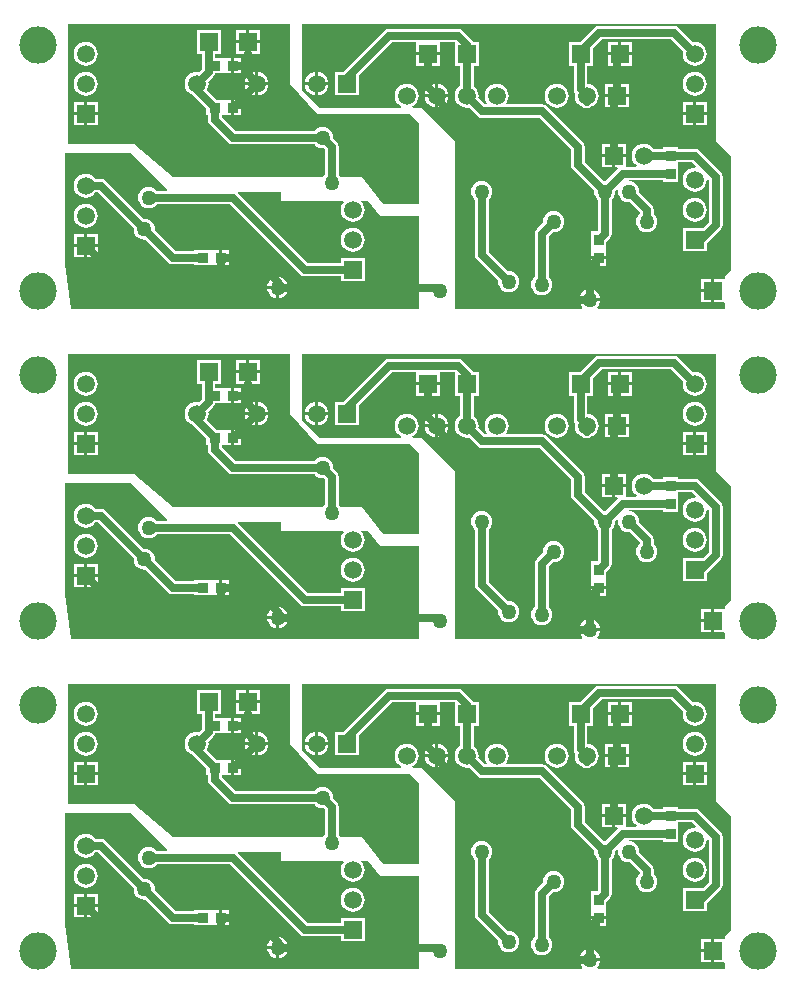
<source format=gbl>
%FSLAX24Y24*%
%MOIN*%
G70*
G01*
G75*
G04 Layer_Physical_Order=2*
G04 Layer_Color=16711680*
%ADD10R,0.0320X0.0360*%
%ADD11O,0.0236X0.0866*%
%ADD12R,0.0385X0.0520*%
%ADD13R,0.0360X0.0320*%
%ADD14R,0.0800X0.0260*%
%ADD15C,0.0250*%
%ADD16C,0.1250*%
%ADD17C,0.0591*%
%ADD18R,0.0591X0.0591*%
%ADD19R,0.0591X0.0591*%
%ADD20C,0.0500*%
%ADD21R,0.0600X0.0600*%
G36*
X46850Y22750D02*
X47350Y22250D01*
Y18450D01*
X47150Y18250D01*
Y18145D01*
X47150D01*
X47145D01*
X47115Y18145D01*
X47115Y18145D01*
Y18145D01*
X46800D01*
Y17750D01*
Y17355D01*
X47115D01*
X47150Y17319D01*
Y17150D01*
X42912D01*
X42896Y17197D01*
X42900Y17200D01*
X42956Y17273D01*
X42991Y17359D01*
X42996Y17400D01*
X42304D01*
X42309Y17359D01*
X42344Y17273D01*
X42400Y17200D01*
X42404Y17197D01*
X42388Y17150D01*
X38150D01*
Y22750D01*
X37050Y23850D01*
X36745D01*
X36736Y23899D01*
X36749Y23905D01*
X36832Y23968D01*
X36895Y24051D01*
X36935Y24147D01*
X36949Y24250D01*
X36935Y24353D01*
X36895Y24449D01*
X36832Y24532D01*
X36749Y24595D01*
X36653Y24635D01*
X36550Y24649D01*
X36447Y24635D01*
X36351Y24595D01*
X36268Y24532D01*
X36205Y24449D01*
X36165Y24353D01*
X36151Y24250D01*
X36165Y24147D01*
X36205Y24051D01*
X36268Y23968D01*
X36351Y23905D01*
X36364Y23899D01*
X36355Y23850D01*
X33650D01*
X33050Y24450D01*
Y26650D01*
X46850D01*
Y22750D01*
D02*
G37*
G36*
X28574Y21126D02*
X28555Y21079D01*
X28215D01*
X28200Y21100D01*
X28127Y21156D01*
X28041Y21191D01*
X27950Y21203D01*
X27859Y21191D01*
X27773Y21156D01*
X27700Y21100D01*
X27644Y21027D01*
X27609Y20941D01*
X27597Y20850D01*
X27609Y20759D01*
X27644Y20673D01*
X27700Y20600D01*
X27773Y20544D01*
X27859Y20509D01*
X27950Y20497D01*
X28041Y20509D01*
X28127Y20544D01*
X28200Y20600D01*
X28215Y20621D01*
X30655D01*
X32988Y18288D01*
X33062Y18238D01*
X33150Y18221D01*
X34355D01*
Y18055D01*
X35145D01*
Y18845D01*
X34355D01*
Y18679D01*
X33245D01*
X30912Y21012D01*
X30924Y21050D01*
X32350D01*
Y20750D01*
X34425D01*
X34448Y20705D01*
X34405Y20649D01*
X34365Y20553D01*
X34351Y20450D01*
X34365Y20347D01*
X34405Y20251D01*
X34468Y20168D01*
X34551Y20105D01*
X34647Y20065D01*
X34750Y20051D01*
X34853Y20065D01*
X34949Y20105D01*
X35032Y20168D01*
X35095Y20251D01*
X35135Y20347D01*
X35149Y20450D01*
X35135Y20553D01*
X35095Y20649D01*
X35032Y20732D01*
X35038Y20750D01*
X35250D01*
X35650Y20250D01*
X36950D01*
Y17150D01*
X25350D01*
X25150Y18650D01*
Y22350D01*
X27350D01*
X28574Y21126D01*
D02*
G37*
G36*
X32650Y24650D02*
X33550Y23650D01*
X36650D01*
X36950Y23350D01*
Y20650D01*
X35750D01*
X35050Y21550D01*
X34338D01*
X34300Y21600D01*
X34279Y21615D01*
Y22550D01*
X34262Y22638D01*
X34212Y22712D01*
X34100Y22825D01*
X34103Y22850D01*
X34091Y22941D01*
X34056Y23027D01*
X34000Y23100D01*
X33927Y23156D01*
X33841Y23191D01*
X33750Y23203D01*
X33659Y23191D01*
X33573Y23156D01*
X33500Y23100D01*
X33485Y23079D01*
X30845D01*
X30379Y23545D01*
Y23590D01*
X30430D01*
Y23590D01*
X30430D01*
X30430Y23590D01*
X30470D01*
Y23590D01*
X30700D01*
Y23850D01*
Y24110D01*
X30470D01*
D01*
D01*
X30470Y24110D01*
X30430D01*
Y24110D01*
X30214D01*
X29886Y24438D01*
X29895Y24451D01*
X29935Y24547D01*
X29949Y24650D01*
X29940Y24716D01*
X30108Y24884D01*
X30158Y24958D01*
X30164Y24990D01*
X30430D01*
Y24990D01*
X30430D01*
X30430Y24990D01*
X30470D01*
Y24990D01*
X30700D01*
Y25250D01*
Y25510D01*
X30470D01*
D01*
D01*
X30470Y25510D01*
X30430D01*
Y25510D01*
X30175D01*
Y25648D01*
X30346D01*
Y26448D01*
X29546D01*
Y25648D01*
X29717D01*
Y25250D01*
Y25141D01*
X29616Y25040D01*
X29550Y25049D01*
X29447Y25035D01*
X29351Y24995D01*
X29268Y24932D01*
X29205Y24849D01*
X29165Y24753D01*
X29151Y24650D01*
X29165Y24547D01*
X29205Y24451D01*
X29268Y24368D01*
X29351Y24305D01*
X29386Y24290D01*
X29388Y24288D01*
X29388Y24288D01*
X29388Y24288D01*
X29870Y23806D01*
Y23590D01*
X29921D01*
Y23450D01*
X29938Y23362D01*
X29988Y23288D01*
X30588Y22688D01*
X30588D01*
X30588Y22688D01*
X30588Y22688D01*
Y22688D01*
X30662Y22638D01*
X30750Y22621D01*
X33485D01*
X33500Y22600D01*
X33573Y22544D01*
X33659Y22509D01*
X33750Y22497D01*
X33775Y22500D01*
X33821Y22455D01*
Y21615D01*
X33800Y21600D01*
X33762Y21550D01*
X28750D01*
X27450Y22650D01*
X25250D01*
Y26650D01*
X32650D01*
Y24650D01*
D02*
G37*
%LPC*%
G36*
X46150Y20849D02*
X46047Y20835D01*
X45951Y20795D01*
X45868Y20732D01*
X45805Y20649D01*
X45765Y20553D01*
X45751Y20450D01*
X45765Y20347D01*
X45805Y20251D01*
X45868Y20168D01*
X45951Y20105D01*
X46047Y20065D01*
X46150Y20051D01*
X46253Y20065D01*
X46349Y20105D01*
X46432Y20168D01*
X46495Y20251D01*
X46535Y20347D01*
X46549Y20450D01*
X46535Y20553D01*
X46495Y20649D01*
X46432Y20732D01*
X46349Y20795D01*
X46253Y20835D01*
X46150Y20849D01*
D02*
G37*
G36*
X26245Y24045D02*
X25900D01*
Y23700D01*
X26245D01*
Y24045D01*
D02*
G37*
G36*
X38250Y26479D02*
X35950D01*
X35862Y26462D01*
X35788Y26412D01*
X34421Y25045D01*
X34155D01*
Y24255D01*
X34945D01*
Y24921D01*
X36045Y26021D01*
X36854D01*
Y25702D01*
X37654D01*
Y26021D01*
X38154D01*
Y25252D01*
X38325D01*
Y24575D01*
X38268Y24532D01*
X38205Y24449D01*
X38165Y24353D01*
X38151Y24250D01*
X38165Y24147D01*
X38205Y24051D01*
X38268Y23968D01*
X38351Y23905D01*
X38447Y23865D01*
X38550Y23851D01*
X38616Y23860D01*
X38908Y23568D01*
X38908D01*
X38908Y23568D01*
X38908Y23568D01*
Y23568D01*
X38982Y23518D01*
X39070Y23500D01*
X40975D01*
X42021Y22455D01*
Y21950D01*
X42038Y21862D01*
X42088Y21788D01*
X42800Y21075D01*
X42797Y21050D01*
X42809Y20959D01*
X42844Y20873D01*
X42900Y20800D01*
X42921Y20785D01*
Y19745D01*
X42906Y19730D01*
X42690D01*
Y19170D01*
X42690Y19170D01*
X42690Y19130D01*
X42690D01*
Y18900D01*
X43210D01*
Y19130D01*
D01*
Y19130D01*
X43210Y19130D01*
Y19170D01*
X43210D01*
Y19386D01*
X43312Y19488D01*
X43362Y19562D01*
X43379Y19650D01*
X43379Y19650D01*
X43379Y19650D01*
Y19650D01*
Y20785D01*
X43400Y20800D01*
X43456Y20873D01*
X43491Y20959D01*
X43503Y21050D01*
X43500Y21075D01*
X43561Y21136D01*
X43605Y21114D01*
X43597Y21050D01*
X43609Y20959D01*
X43644Y20873D01*
X43700Y20800D01*
X43773Y20744D01*
X43859Y20709D01*
X43950Y20697D01*
X43975Y20700D01*
X44316Y20359D01*
X44313Y20309D01*
X44300Y20300D01*
X44244Y20227D01*
X44209Y20141D01*
X44197Y20050D01*
X44209Y19959D01*
X44244Y19873D01*
X44300Y19800D01*
X44373Y19744D01*
X44459Y19709D01*
X44550Y19697D01*
X44641Y19709D01*
X44727Y19744D01*
X44800Y19800D01*
X44856Y19873D01*
X44891Y19959D01*
X44903Y20050D01*
X44891Y20141D01*
X44856Y20227D01*
X44800Y20300D01*
X44779Y20315D01*
Y20450D01*
X44762Y20538D01*
X44712Y20612D01*
X44300Y21025D01*
X44303Y21050D01*
X44291Y21141D01*
X44256Y21227D01*
X44200Y21300D01*
X44127Y21356D01*
X44041Y21391D01*
X43950Y21403D01*
X43968Y21421D01*
X45090D01*
Y21370D01*
X45610D01*
Y21930D01*
D01*
Y21930D01*
X45610Y21930D01*
Y21970D01*
X45610D01*
Y22021D01*
X46055D01*
X46184Y21892D01*
X46161Y21847D01*
X46150Y21849D01*
X46047Y21835D01*
X45951Y21795D01*
X45868Y21732D01*
X45805Y21649D01*
X45765Y21553D01*
X45751Y21450D01*
X45765Y21347D01*
X45805Y21251D01*
X45868Y21168D01*
X45951Y21105D01*
X46047Y21065D01*
X46150Y21051D01*
X46253Y21065D01*
X46349Y21105D01*
X46432Y21168D01*
X46495Y21251D01*
X46535Y21347D01*
X46549Y21450D01*
X46547Y21461D01*
X46578Y21477D01*
X46621Y21450D01*
Y20045D01*
X46421Y19845D01*
X45755D01*
Y19055D01*
X46545D01*
Y19321D01*
X47012Y19788D01*
X47062Y19862D01*
X47079Y19950D01*
X47079Y19950D01*
X47079Y19950D01*
Y19950D01*
Y21550D01*
X47062Y21638D01*
X47012Y21712D01*
X46312Y22412D01*
X46238Y22462D01*
X46150Y22479D01*
X45610D01*
Y22530D01*
X45090D01*
Y22479D01*
X44772D01*
X44732Y22532D01*
X44649Y22595D01*
X44553Y22635D01*
X44450Y22649D01*
X44347Y22635D01*
X44251Y22595D01*
X44168Y22532D01*
X44105Y22449D01*
X44065Y22353D01*
X44051Y22250D01*
X44065Y22147D01*
X44105Y22051D01*
X44168Y21968D01*
X44222Y21927D01*
X44206Y21879D01*
X43845D01*
Y22200D01*
X43500D01*
Y21855D01*
X43565D01*
X43584Y21809D01*
X43175Y21400D01*
X43150Y21403D01*
X43125Y21400D01*
X42479Y22045D01*
Y22550D01*
X42462Y22638D01*
X42412Y22712D01*
X41232Y23892D01*
X41158Y23942D01*
X41070Y23959D01*
X39882D01*
X39859Y24004D01*
X39895Y24051D01*
X39935Y24147D01*
X39949Y24250D01*
X39935Y24353D01*
X39895Y24449D01*
X39832Y24532D01*
X39749Y24595D01*
X39653Y24635D01*
X39550Y24649D01*
X39447Y24635D01*
X39351Y24595D01*
X39268Y24532D01*
X39205Y24449D01*
X39165Y24353D01*
X39151Y24250D01*
X39165Y24147D01*
X39205Y24051D01*
X39241Y24004D01*
X39218Y23959D01*
X39165D01*
X38940Y24184D01*
X38949Y24250D01*
X38935Y24353D01*
X38895Y24449D01*
X38832Y24532D01*
X38783Y24569D01*
Y25252D01*
X38954D01*
Y26052D01*
X38754D01*
X38716Y26108D01*
X38412Y26412D01*
X38338Y26462D01*
X38250Y26479D01*
D02*
G37*
G36*
X25800Y24045D02*
X25455D01*
Y23700D01*
X25800D01*
Y24045D01*
D02*
G37*
G36*
X26245Y19645D02*
X25900D01*
Y19300D01*
X26245D01*
Y19645D01*
D02*
G37*
G36*
X25800D02*
X25455D01*
Y19300D01*
X25800D01*
Y19645D01*
D02*
G37*
G36*
X25850Y20649D02*
X25747Y20635D01*
X25651Y20595D01*
X25568Y20532D01*
X25505Y20449D01*
X25465Y20353D01*
X25451Y20250D01*
X25465Y20147D01*
X25505Y20051D01*
X25568Y19968D01*
X25651Y19905D01*
X25747Y19865D01*
X25850Y19851D01*
X25953Y19865D01*
X26049Y19905D01*
X26132Y19968D01*
X26195Y20051D01*
X26235Y20147D01*
X26249Y20250D01*
X26235Y20353D01*
X26195Y20449D01*
X26132Y20532D01*
X26049Y20595D01*
X25953Y20635D01*
X25850Y20649D01*
D02*
G37*
G36*
X41450Y20403D02*
X41359Y20391D01*
X41273Y20356D01*
X41200Y20300D01*
X41144Y20227D01*
X41109Y20141D01*
X41097Y20050D01*
X41100Y20025D01*
X40888Y19812D01*
X40838Y19738D01*
X40821Y19650D01*
Y18215D01*
X40800Y18200D01*
X40744Y18127D01*
X40709Y18041D01*
X40697Y17950D01*
X40709Y17859D01*
X40744Y17773D01*
X40800Y17700D01*
X40873Y17644D01*
X40959Y17609D01*
X41050Y17597D01*
X41141Y17609D01*
X41227Y17644D01*
X41300Y17700D01*
X41356Y17773D01*
X41391Y17859D01*
X41403Y17950D01*
X41391Y18041D01*
X41356Y18127D01*
X41300Y18200D01*
X41279Y18215D01*
Y19555D01*
X41425Y19700D01*
X41450Y19697D01*
X41541Y19709D01*
X41627Y19744D01*
X41700Y19800D01*
X41756Y19873D01*
X41791Y19959D01*
X41803Y20050D01*
X41791Y20141D01*
X41756Y20227D01*
X41700Y20300D01*
X41627Y20356D01*
X41541Y20391D01*
X41450Y20403D01*
D02*
G37*
G36*
X26245Y23600D02*
X25900D01*
Y23255D01*
X26245D01*
Y23600D01*
D02*
G37*
G36*
X25800D02*
X25455D01*
Y23255D01*
X25800D01*
Y23600D01*
D02*
G37*
G36*
X46545D02*
X46200D01*
Y23255D01*
X46545D01*
Y23600D01*
D02*
G37*
G36*
X46100D02*
X45755D01*
Y23255D01*
X46100D01*
Y23600D01*
D02*
G37*
G36*
X31030Y23800D02*
X30800D01*
Y23590D01*
X31030D01*
Y23800D01*
D02*
G37*
G36*
X43400Y22200D02*
X43055D01*
Y21855D01*
X43400D01*
Y22200D01*
D02*
G37*
G36*
X43845Y22645D02*
X43500D01*
Y22300D01*
X43845D01*
Y22645D01*
D02*
G37*
G36*
X43400D02*
X43055D01*
Y22300D01*
X43400D01*
Y22645D01*
D02*
G37*
G36*
X39050Y21403D02*
X38959Y21391D01*
X38873Y21356D01*
X38800Y21300D01*
X38744Y21227D01*
X38709Y21141D01*
X38697Y21050D01*
X38709Y20959D01*
X38744Y20873D01*
X38800Y20800D01*
X38821Y20785D01*
Y18950D01*
X38838Y18862D01*
X38888Y18788D01*
X38888Y18788D01*
X38888Y18788D01*
X39600Y18075D01*
X39597Y18050D01*
X39609Y17959D01*
X39644Y17873D01*
X39700Y17800D01*
X39773Y17744D01*
X39859Y17709D01*
X39950Y17697D01*
X40041Y17709D01*
X40127Y17744D01*
X40200Y17800D01*
X40256Y17873D01*
X40291Y17959D01*
X40303Y18050D01*
X40291Y18141D01*
X40256Y18227D01*
X40200Y18300D01*
X40127Y18356D01*
X40041Y18391D01*
X39950Y18403D01*
X39925Y18400D01*
X39279Y19045D01*
Y20785D01*
X39300Y20800D01*
X39356Y20873D01*
X39391Y20959D01*
X39403Y21050D01*
X39391Y21141D01*
X39356Y21227D01*
X39300Y21300D01*
X39227Y21356D01*
X39141Y21391D01*
X39050Y21403D01*
D02*
G37*
G36*
X32596Y17800D02*
X32300D01*
Y17504D01*
X32341Y17509D01*
X32427Y17544D01*
X32500Y17600D01*
X32556Y17673D01*
X32591Y17759D01*
X32596Y17800D01*
D02*
G37*
G36*
X32200Y18196D02*
X32159Y18191D01*
X32073Y18156D01*
X32000Y18100D01*
X31944Y18027D01*
X31909Y17941D01*
X31904Y17900D01*
X32200D01*
Y18196D01*
D02*
G37*
G36*
X46700Y18145D02*
X46355D01*
Y17800D01*
X46700D01*
Y18145D01*
D02*
G37*
G36*
X42600Y17796D02*
X42559Y17791D01*
X42473Y17756D01*
X42400Y17700D01*
X42344Y17627D01*
X42309Y17541D01*
X42304Y17500D01*
X42600D01*
Y17796D01*
D02*
G37*
G36*
X46700Y17700D02*
X46355D01*
Y17355D01*
X46700D01*
Y17700D01*
D02*
G37*
G36*
X32200Y17800D02*
X31904D01*
X31909Y17759D01*
X31944Y17673D01*
X32000Y17600D01*
X32073Y17544D01*
X32159Y17509D01*
X32200Y17504D01*
Y17800D01*
D02*
G37*
G36*
X42700Y17796D02*
Y17500D01*
X42996D01*
X42991Y17541D01*
X42956Y17627D01*
X42900Y17700D01*
X42827Y17756D01*
X42741Y17791D01*
X42700Y17796D01*
D02*
G37*
G36*
X32300Y18196D02*
Y17900D01*
X32596D01*
X32591Y17941D01*
X32556Y18027D01*
X32500Y18100D01*
X32427Y18156D01*
X32341Y18191D01*
X32300Y18196D01*
D02*
G37*
G36*
X26245Y19200D02*
X25900D01*
Y18855D01*
X26245D01*
Y19200D01*
D02*
G37*
G36*
X25800D02*
X25455D01*
Y18855D01*
X25800D01*
Y19200D01*
D02*
G37*
G36*
X34750Y19849D02*
X34647Y19835D01*
X34551Y19795D01*
X34468Y19732D01*
X34405Y19649D01*
X34365Y19553D01*
X34351Y19450D01*
X34365Y19347D01*
X34405Y19251D01*
X34468Y19168D01*
X34551Y19105D01*
X34647Y19065D01*
X34750Y19051D01*
X34853Y19065D01*
X34949Y19105D01*
X35032Y19168D01*
X35095Y19251D01*
X35135Y19347D01*
X35149Y19450D01*
X35135Y19553D01*
X35095Y19649D01*
X35032Y19732D01*
X34949Y19795D01*
X34853Y19835D01*
X34750Y19849D01*
D02*
G37*
G36*
X30630Y19110D02*
X30400D01*
Y18900D01*
X30630D01*
Y19110D01*
D02*
G37*
G36*
X43210Y18800D02*
X43000D01*
Y18570D01*
X43210D01*
Y18800D01*
D02*
G37*
G36*
X42900D02*
X42690D01*
Y18570D01*
X42900D01*
Y18800D01*
D02*
G37*
G36*
X30630D02*
X30400D01*
Y18590D01*
X30630D01*
Y18800D01*
D02*
G37*
G36*
X25850Y21649D02*
X25747Y21635D01*
X25651Y21595D01*
X25568Y21532D01*
X25505Y21449D01*
X25465Y21353D01*
X25451Y21250D01*
X25465Y21147D01*
X25505Y21051D01*
X25568Y20968D01*
X25651Y20905D01*
X25747Y20865D01*
X25850Y20851D01*
X25953Y20865D01*
X26049Y20905D01*
X26132Y20968D01*
X26172Y21021D01*
X26255D01*
X27455Y19820D01*
X27452Y19795D01*
X27464Y19704D01*
X27499Y19618D01*
X27555Y19545D01*
X27629Y19489D01*
X27714Y19454D01*
X27805Y19442D01*
X27830Y19445D01*
X28588Y18688D01*
X28588D01*
X28588Y18688D01*
X28588Y18688D01*
Y18688D01*
X28662Y18638D01*
X28750Y18621D01*
X29470D01*
Y18590D01*
X30030D01*
Y18590D01*
X30030D01*
X30030Y18590D01*
X30070D01*
Y18590D01*
X30300D01*
Y18850D01*
Y19110D01*
X30070D01*
D01*
D01*
X30070Y19110D01*
X30030D01*
Y19110D01*
X29470D01*
Y19079D01*
X28845D01*
X28155Y19770D01*
X28158Y19795D01*
X28146Y19886D01*
X28111Y19971D01*
X28055Y20045D01*
X27982Y20101D01*
X27896Y20136D01*
X27805Y20148D01*
X27780Y20145D01*
X26512Y21412D01*
X26438Y21462D01*
X26350Y21479D01*
X26172D01*
X26132Y21532D01*
X26049Y21595D01*
X25953Y21635D01*
X25850Y21649D01*
D02*
G37*
G36*
X46100Y24045D02*
X45755D01*
Y23700D01*
X46100D01*
Y24045D01*
D02*
G37*
G36*
X44046Y25598D02*
X43696D01*
Y25248D01*
X44046D01*
Y25598D01*
D02*
G37*
G36*
X43596D02*
X43246D01*
Y25248D01*
X43596D01*
Y25598D01*
D02*
G37*
G36*
X45450Y26579D02*
X42950D01*
X42862Y26562D01*
X42788Y26512D01*
X42324Y26048D01*
X41946D01*
Y25248D01*
X42117D01*
Y24454D01*
X42134Y24366D01*
X42161Y24325D01*
X42151Y24250D01*
X42165Y24147D01*
X42205Y24051D01*
X42268Y23968D01*
X42351Y23905D01*
X42386Y23890D01*
X42388Y23888D01*
X42462Y23838D01*
X42550Y23821D01*
X42638Y23838D01*
X42712Y23888D01*
X42714Y23890D01*
X42749Y23905D01*
X42832Y23968D01*
X42895Y24051D01*
X42935Y24147D01*
X42949Y24250D01*
X42935Y24353D01*
X42895Y24449D01*
X42832Y24532D01*
X42749Y24595D01*
X42653Y24635D01*
X42575Y24645D01*
Y25248D01*
X42746D01*
Y25822D01*
X43045Y26121D01*
X45355D01*
X45760Y25716D01*
X45751Y25650D01*
X45765Y25547D01*
X45805Y25451D01*
X45868Y25368D01*
X45951Y25305D01*
X46047Y25265D01*
X46150Y25251D01*
X46253Y25265D01*
X46349Y25305D01*
X46432Y25368D01*
X46495Y25451D01*
X46535Y25547D01*
X46549Y25650D01*
X46535Y25753D01*
X46495Y25849D01*
X46432Y25932D01*
X46349Y25995D01*
X46253Y26035D01*
X46150Y26049D01*
X46084Y26040D01*
X45612Y26512D01*
X45538Y26562D01*
X45450Y26579D01*
D02*
G37*
G36*
X25850Y26049D02*
X25747Y26035D01*
X25651Y25995D01*
X25568Y25932D01*
X25505Y25849D01*
X25465Y25753D01*
X25451Y25650D01*
X25465Y25547D01*
X25505Y25451D01*
X25568Y25368D01*
X25651Y25305D01*
X25747Y25265D01*
X25850Y25251D01*
X25953Y25265D01*
X26049Y25305D01*
X26132Y25368D01*
X26195Y25451D01*
X26235Y25547D01*
X26249Y25650D01*
X26235Y25753D01*
X26195Y25849D01*
X26132Y25932D01*
X26049Y25995D01*
X25953Y26035D01*
X25850Y26049D01*
D02*
G37*
G36*
X33500Y25042D02*
X33447Y25035D01*
X33351Y24995D01*
X33268Y24932D01*
X33205Y24849D01*
X33165Y24753D01*
X33158Y24700D01*
X33500D01*
Y25042D01*
D02*
G37*
G36*
X31600D02*
Y24700D01*
X31942D01*
X31935Y24753D01*
X31895Y24849D01*
X31832Y24932D01*
X31749Y24995D01*
X31653Y25035D01*
X31600Y25042D01*
D02*
G37*
G36*
X31030Y25200D02*
X30800D01*
Y24990D01*
X31030D01*
Y25200D01*
D02*
G37*
G36*
X33600Y25042D02*
Y24700D01*
X33942D01*
X33935Y24753D01*
X33895Y24849D01*
X33832Y24932D01*
X33749Y24995D01*
X33653Y25035D01*
X33600Y25042D01*
D02*
G37*
G36*
X37204Y25602D02*
X36854D01*
Y25252D01*
X37204D01*
Y25602D01*
D02*
G37*
G36*
X44046Y26048D02*
X43696D01*
Y25698D01*
X44046D01*
Y26048D01*
D02*
G37*
G36*
X43596D02*
X43246D01*
Y25698D01*
X43596D01*
Y26048D01*
D02*
G37*
G36*
X31646Y26448D02*
X31296D01*
Y26098D01*
X31646D01*
Y26448D01*
D02*
G37*
G36*
X31196D02*
X30846D01*
Y26098D01*
X31196D01*
Y26448D01*
D02*
G37*
G36*
X31030Y25510D02*
X30800D01*
Y25300D01*
X31030D01*
Y25510D01*
D02*
G37*
G36*
X37654Y25602D02*
X37304D01*
Y25252D01*
X37654D01*
Y25602D01*
D02*
G37*
G36*
X31646Y25998D02*
X31296D01*
Y25648D01*
X31646D01*
Y25998D01*
D02*
G37*
G36*
X31196D02*
X30846D01*
Y25648D01*
X31196D01*
Y25998D01*
D02*
G37*
G36*
X31500Y25042D02*
X31447Y25035D01*
X31351Y24995D01*
X31268Y24932D01*
X31205Y24849D01*
X31165Y24753D01*
X31158Y24700D01*
X31500D01*
Y25042D01*
D02*
G37*
G36*
X37942Y24200D02*
X37600D01*
Y23858D01*
X37653Y23865D01*
X37749Y23905D01*
X37832Y23968D01*
X37895Y24051D01*
X37935Y24147D01*
X37942Y24200D01*
D02*
G37*
G36*
X37500D02*
X37158D01*
X37165Y24147D01*
X37205Y24051D01*
X37268Y23968D01*
X37351Y23905D01*
X37447Y23865D01*
X37500Y23858D01*
Y24200D01*
D02*
G37*
G36*
X25850Y25049D02*
X25747Y25035D01*
X25651Y24995D01*
X25568Y24932D01*
X25505Y24849D01*
X25465Y24753D01*
X25451Y24650D01*
X25465Y24547D01*
X25505Y24451D01*
X25568Y24368D01*
X25651Y24305D01*
X25747Y24265D01*
X25850Y24251D01*
X25953Y24265D01*
X26049Y24305D01*
X26132Y24368D01*
X26195Y24451D01*
X26235Y24547D01*
X26249Y24650D01*
X26235Y24753D01*
X26195Y24849D01*
X26132Y24932D01*
X26049Y24995D01*
X25953Y25035D01*
X25850Y25049D01*
D02*
G37*
G36*
X31030Y24110D02*
X30800D01*
Y23900D01*
X31030D01*
Y24110D01*
D02*
G37*
G36*
X41550Y24649D02*
X41447Y24635D01*
X41351Y24595D01*
X41268Y24532D01*
X41205Y24449D01*
X41165Y24353D01*
X41151Y24250D01*
X41165Y24147D01*
X41205Y24051D01*
X41268Y23968D01*
X41351Y23905D01*
X41447Y23865D01*
X41550Y23851D01*
X41653Y23865D01*
X41749Y23905D01*
X41832Y23968D01*
X41895Y24051D01*
X41935Y24147D01*
X41949Y24250D01*
X41935Y24353D01*
X41895Y24449D01*
X41832Y24532D01*
X41749Y24595D01*
X41653Y24635D01*
X41550Y24649D01*
D02*
G37*
G36*
X46545Y24045D02*
X46200D01*
Y23700D01*
X46545D01*
Y24045D01*
D02*
G37*
G36*
X43945Y24200D02*
X43600D01*
Y23855D01*
X43945D01*
Y24200D01*
D02*
G37*
G36*
X43500D02*
X43155D01*
Y23855D01*
X43500D01*
Y24200D01*
D02*
G37*
G36*
X46150Y25049D02*
X46047Y25035D01*
X45951Y24995D01*
X45868Y24932D01*
X45805Y24849D01*
X45765Y24753D01*
X45751Y24650D01*
X45765Y24547D01*
X45805Y24451D01*
X45868Y24368D01*
X45951Y24305D01*
X46047Y24265D01*
X46150Y24251D01*
X46253Y24265D01*
X46349Y24305D01*
X46432Y24368D01*
X46495Y24451D01*
X46535Y24547D01*
X46549Y24650D01*
X46535Y24753D01*
X46495Y24849D01*
X46432Y24932D01*
X46349Y24995D01*
X46253Y25035D01*
X46150Y25049D01*
D02*
G37*
G36*
X37600Y24642D02*
Y24300D01*
X37942D01*
X37935Y24353D01*
X37895Y24449D01*
X37832Y24532D01*
X37749Y24595D01*
X37653Y24635D01*
X37600Y24642D01*
D02*
G37*
G36*
X37500D02*
X37447Y24635D01*
X37351Y24595D01*
X37268Y24532D01*
X37205Y24449D01*
X37165Y24353D01*
X37158Y24300D01*
X37500D01*
Y24642D01*
D02*
G37*
G36*
X43945Y24645D02*
X43600D01*
Y24300D01*
X43945D01*
Y24645D01*
D02*
G37*
G36*
X43500D02*
X43155D01*
Y24300D01*
X43500D01*
Y24645D01*
D02*
G37*
G36*
X31942Y24600D02*
X31600D01*
Y24258D01*
X31653Y24265D01*
X31749Y24305D01*
X31832Y24368D01*
X31895Y24451D01*
X31935Y24547D01*
X31942Y24600D01*
D02*
G37*
G36*
X31500D02*
X31158D01*
X31165Y24547D01*
X31205Y24451D01*
X31268Y24368D01*
X31351Y24305D01*
X31447Y24265D01*
X31500Y24258D01*
Y24600D01*
D02*
G37*
G36*
X33942D02*
X33600D01*
Y24258D01*
X33653Y24265D01*
X33749Y24305D01*
X33832Y24368D01*
X33895Y24451D01*
X33935Y24547D01*
X33942Y24600D01*
D02*
G37*
G36*
X33500D02*
X33158D01*
X33165Y24547D01*
X33205Y24451D01*
X33268Y24368D01*
X33351Y24305D01*
X33447Y24265D01*
X33500Y24258D01*
Y24600D01*
D02*
G37*
%LPD*%
G36*
X46850Y33750D02*
X47350Y33250D01*
Y29450D01*
X47150Y29250D01*
Y29145D01*
X47150D01*
X47145D01*
X47115Y29145D01*
X47115Y29145D01*
Y29145D01*
X46800D01*
Y28750D01*
Y28355D01*
X47115D01*
X47150Y28319D01*
Y28150D01*
X42912D01*
X42896Y28197D01*
X42900Y28200D01*
X42956Y28273D01*
X42991Y28359D01*
X42996Y28400D01*
X42304D01*
X42309Y28359D01*
X42344Y28273D01*
X42400Y28200D01*
X42404Y28197D01*
X42388Y28150D01*
X38150D01*
Y33750D01*
X37050Y34850D01*
X36745D01*
X36736Y34899D01*
X36749Y34905D01*
X36832Y34968D01*
X36895Y35051D01*
X36935Y35147D01*
X36949Y35250D01*
X36935Y35353D01*
X36895Y35449D01*
X36832Y35532D01*
X36749Y35595D01*
X36653Y35635D01*
X36550Y35649D01*
X36447Y35635D01*
X36351Y35595D01*
X36268Y35532D01*
X36205Y35449D01*
X36165Y35353D01*
X36151Y35250D01*
X36165Y35147D01*
X36205Y35051D01*
X36268Y34968D01*
X36351Y34905D01*
X36364Y34899D01*
X36355Y34850D01*
X33650D01*
X33050Y35450D01*
Y37650D01*
X46850D01*
Y33750D01*
D02*
G37*
G36*
X28574Y32126D02*
X28555Y32079D01*
X28215D01*
X28200Y32100D01*
X28127Y32156D01*
X28041Y32191D01*
X27950Y32203D01*
X27859Y32191D01*
X27773Y32156D01*
X27700Y32100D01*
X27644Y32027D01*
X27609Y31941D01*
X27597Y31850D01*
X27609Y31759D01*
X27644Y31673D01*
X27700Y31600D01*
X27773Y31544D01*
X27859Y31509D01*
X27950Y31497D01*
X28041Y31509D01*
X28127Y31544D01*
X28200Y31600D01*
X28215Y31621D01*
X30655D01*
X32988Y29288D01*
X33062Y29238D01*
X33150Y29221D01*
X34355D01*
Y29055D01*
X35145D01*
Y29845D01*
X34355D01*
Y29679D01*
X33245D01*
X30912Y32012D01*
X30924Y32050D01*
X32350D01*
Y31750D01*
X34425D01*
X34448Y31705D01*
X34405Y31649D01*
X34365Y31553D01*
X34351Y31450D01*
X34365Y31347D01*
X34405Y31251D01*
X34468Y31168D01*
X34551Y31105D01*
X34647Y31065D01*
X34750Y31051D01*
X34853Y31065D01*
X34949Y31105D01*
X35032Y31168D01*
X35095Y31251D01*
X35135Y31347D01*
X35149Y31450D01*
X35135Y31553D01*
X35095Y31649D01*
X35032Y31732D01*
X35038Y31750D01*
X35250D01*
X35650Y31250D01*
X36950D01*
Y28150D01*
X25350D01*
X25150Y29650D01*
Y33350D01*
X27350D01*
X28574Y32126D01*
D02*
G37*
G36*
X32650Y35650D02*
X33550Y34650D01*
X36650D01*
X36950Y34350D01*
Y31650D01*
X35750D01*
X35050Y32550D01*
X34338D01*
X34300Y32600D01*
X34279Y32615D01*
Y33550D01*
X34262Y33638D01*
X34212Y33712D01*
X34100Y33825D01*
X34103Y33850D01*
X34091Y33941D01*
X34056Y34027D01*
X34000Y34100D01*
X33927Y34156D01*
X33841Y34191D01*
X33750Y34203D01*
X33659Y34191D01*
X33573Y34156D01*
X33500Y34100D01*
X33485Y34079D01*
X30845D01*
X30379Y34545D01*
Y34590D01*
X30430D01*
Y34590D01*
X30430D01*
X30430Y34590D01*
X30470D01*
Y34590D01*
X30700D01*
Y34850D01*
Y35110D01*
X30470D01*
D01*
D01*
X30470Y35110D01*
X30430D01*
Y35110D01*
X30214D01*
X29886Y35438D01*
X29895Y35451D01*
X29935Y35547D01*
X29949Y35650D01*
X29940Y35716D01*
X30108Y35884D01*
X30158Y35958D01*
X30164Y35990D01*
X30430D01*
Y35990D01*
X30430D01*
X30430Y35990D01*
X30470D01*
Y35990D01*
X30700D01*
Y36250D01*
Y36510D01*
X30470D01*
D01*
D01*
X30470Y36510D01*
X30430D01*
Y36510D01*
X30175D01*
Y36648D01*
X30346D01*
Y37448D01*
X29546D01*
Y36648D01*
X29717D01*
Y36250D01*
Y36141D01*
X29616Y36040D01*
X29550Y36049D01*
X29447Y36035D01*
X29351Y35995D01*
X29268Y35932D01*
X29205Y35849D01*
X29165Y35753D01*
X29151Y35650D01*
X29165Y35547D01*
X29205Y35451D01*
X29268Y35368D01*
X29351Y35305D01*
X29386Y35290D01*
X29388Y35288D01*
X29388Y35288D01*
X29388Y35288D01*
X29870Y34806D01*
Y34590D01*
X29921D01*
Y34450D01*
X29938Y34362D01*
X29988Y34288D01*
X30588Y33688D01*
X30588D01*
X30588Y33688D01*
X30588Y33688D01*
Y33688D01*
X30662Y33638D01*
X30750Y33621D01*
X33485D01*
X33500Y33600D01*
X33573Y33544D01*
X33659Y33509D01*
X33750Y33497D01*
X33775Y33500D01*
X33821Y33455D01*
Y32615D01*
X33800Y32600D01*
X33762Y32550D01*
X28750D01*
X27450Y33650D01*
X25250D01*
Y37650D01*
X32650D01*
Y35650D01*
D02*
G37*
%LPC*%
G36*
X46150Y31849D02*
X46047Y31835D01*
X45951Y31795D01*
X45868Y31732D01*
X45805Y31649D01*
X45765Y31553D01*
X45751Y31450D01*
X45765Y31347D01*
X45805Y31251D01*
X45868Y31168D01*
X45951Y31105D01*
X46047Y31065D01*
X46150Y31051D01*
X46253Y31065D01*
X46349Y31105D01*
X46432Y31168D01*
X46495Y31251D01*
X46535Y31347D01*
X46549Y31450D01*
X46535Y31553D01*
X46495Y31649D01*
X46432Y31732D01*
X46349Y31795D01*
X46253Y31835D01*
X46150Y31849D01*
D02*
G37*
G36*
X26245Y35045D02*
X25900D01*
Y34700D01*
X26245D01*
Y35045D01*
D02*
G37*
G36*
X38250Y37479D02*
X35950D01*
X35862Y37462D01*
X35788Y37412D01*
X34421Y36045D01*
X34155D01*
Y35255D01*
X34945D01*
Y35921D01*
X36045Y37021D01*
X36854D01*
Y36702D01*
X37654D01*
Y37021D01*
X38154D01*
Y36252D01*
X38325D01*
Y35575D01*
X38268Y35532D01*
X38205Y35449D01*
X38165Y35353D01*
X38151Y35250D01*
X38165Y35147D01*
X38205Y35051D01*
X38268Y34968D01*
X38351Y34905D01*
X38447Y34865D01*
X38550Y34851D01*
X38616Y34860D01*
X38908Y34568D01*
X38908D01*
X38908Y34568D01*
X38908Y34568D01*
Y34568D01*
X38982Y34518D01*
X39070Y34500D01*
X40975D01*
X42021Y33455D01*
Y32950D01*
X42038Y32862D01*
X42088Y32788D01*
X42800Y32075D01*
X42797Y32050D01*
X42809Y31959D01*
X42844Y31873D01*
X42900Y31800D01*
X42921Y31785D01*
Y30745D01*
X42906Y30730D01*
X42690D01*
Y30170D01*
X42690Y30170D01*
X42690Y30130D01*
X42690D01*
Y29900D01*
X43210D01*
Y30130D01*
D01*
Y30130D01*
X43210Y30130D01*
Y30170D01*
X43210D01*
Y30386D01*
X43312Y30488D01*
X43362Y30562D01*
X43379Y30650D01*
X43379Y30650D01*
X43379Y30650D01*
Y30650D01*
Y31785D01*
X43400Y31800D01*
X43456Y31873D01*
X43491Y31959D01*
X43503Y32050D01*
X43500Y32075D01*
X43561Y32136D01*
X43605Y32114D01*
X43597Y32050D01*
X43609Y31959D01*
X43644Y31873D01*
X43700Y31800D01*
X43773Y31744D01*
X43859Y31709D01*
X43950Y31697D01*
X43975Y31700D01*
X44316Y31359D01*
X44313Y31309D01*
X44300Y31300D01*
X44244Y31227D01*
X44209Y31141D01*
X44197Y31050D01*
X44209Y30959D01*
X44244Y30873D01*
X44300Y30800D01*
X44373Y30744D01*
X44459Y30709D01*
X44550Y30697D01*
X44641Y30709D01*
X44727Y30744D01*
X44800Y30800D01*
X44856Y30873D01*
X44891Y30959D01*
X44903Y31050D01*
X44891Y31141D01*
X44856Y31227D01*
X44800Y31300D01*
X44779Y31315D01*
Y31450D01*
X44762Y31538D01*
X44712Y31612D01*
X44300Y32025D01*
X44303Y32050D01*
X44291Y32141D01*
X44256Y32227D01*
X44200Y32300D01*
X44127Y32356D01*
X44041Y32391D01*
X43950Y32403D01*
X43968Y32421D01*
X45090D01*
Y32370D01*
X45610D01*
Y32930D01*
D01*
Y32930D01*
X45610Y32930D01*
Y32970D01*
X45610D01*
Y33021D01*
X46055D01*
X46184Y32892D01*
X46161Y32847D01*
X46150Y32849D01*
X46047Y32835D01*
X45951Y32795D01*
X45868Y32732D01*
X45805Y32649D01*
X45765Y32553D01*
X45751Y32450D01*
X45765Y32347D01*
X45805Y32251D01*
X45868Y32168D01*
X45951Y32105D01*
X46047Y32065D01*
X46150Y32051D01*
X46253Y32065D01*
X46349Y32105D01*
X46432Y32168D01*
X46495Y32251D01*
X46535Y32347D01*
X46549Y32450D01*
X46547Y32461D01*
X46578Y32477D01*
X46621Y32450D01*
Y31045D01*
X46421Y30845D01*
X45755D01*
Y30055D01*
X46545D01*
Y30321D01*
X47012Y30788D01*
X47062Y30862D01*
X47079Y30950D01*
X47079Y30950D01*
X47079Y30950D01*
Y30950D01*
Y32550D01*
X47062Y32638D01*
X47012Y32712D01*
X46312Y33412D01*
X46238Y33462D01*
X46150Y33479D01*
X45610D01*
Y33530D01*
X45090D01*
Y33479D01*
X44772D01*
X44732Y33532D01*
X44649Y33595D01*
X44553Y33635D01*
X44450Y33649D01*
X44347Y33635D01*
X44251Y33595D01*
X44168Y33532D01*
X44105Y33449D01*
X44065Y33353D01*
X44051Y33250D01*
X44065Y33147D01*
X44105Y33051D01*
X44168Y32968D01*
X44222Y32927D01*
X44206Y32879D01*
X43845D01*
Y33200D01*
X43500D01*
Y32855D01*
X43565D01*
X43584Y32809D01*
X43175Y32400D01*
X43150Y32403D01*
X43125Y32400D01*
X42479Y33045D01*
Y33550D01*
X42462Y33638D01*
X42412Y33712D01*
X41232Y34892D01*
X41158Y34942D01*
X41070Y34959D01*
X39882D01*
X39859Y35004D01*
X39895Y35051D01*
X39935Y35147D01*
X39949Y35250D01*
X39935Y35353D01*
X39895Y35449D01*
X39832Y35532D01*
X39749Y35595D01*
X39653Y35635D01*
X39550Y35649D01*
X39447Y35635D01*
X39351Y35595D01*
X39268Y35532D01*
X39205Y35449D01*
X39165Y35353D01*
X39151Y35250D01*
X39165Y35147D01*
X39205Y35051D01*
X39241Y35004D01*
X39218Y34959D01*
X39165D01*
X38940Y35184D01*
X38949Y35250D01*
X38935Y35353D01*
X38895Y35449D01*
X38832Y35532D01*
X38783Y35569D01*
Y36252D01*
X38954D01*
Y37052D01*
X38754D01*
X38716Y37108D01*
X38412Y37412D01*
X38338Y37462D01*
X38250Y37479D01*
D02*
G37*
G36*
X25800Y35045D02*
X25455D01*
Y34700D01*
X25800D01*
Y35045D01*
D02*
G37*
G36*
X26245Y30645D02*
X25900D01*
Y30300D01*
X26245D01*
Y30645D01*
D02*
G37*
G36*
X25800D02*
X25455D01*
Y30300D01*
X25800D01*
Y30645D01*
D02*
G37*
G36*
X25850Y31649D02*
X25747Y31635D01*
X25651Y31595D01*
X25568Y31532D01*
X25505Y31449D01*
X25465Y31353D01*
X25451Y31250D01*
X25465Y31147D01*
X25505Y31051D01*
X25568Y30968D01*
X25651Y30905D01*
X25747Y30865D01*
X25850Y30851D01*
X25953Y30865D01*
X26049Y30905D01*
X26132Y30968D01*
X26195Y31051D01*
X26235Y31147D01*
X26249Y31250D01*
X26235Y31353D01*
X26195Y31449D01*
X26132Y31532D01*
X26049Y31595D01*
X25953Y31635D01*
X25850Y31649D01*
D02*
G37*
G36*
X41450Y31403D02*
X41359Y31391D01*
X41273Y31356D01*
X41200Y31300D01*
X41144Y31227D01*
X41109Y31141D01*
X41097Y31050D01*
X41100Y31025D01*
X40888Y30812D01*
X40838Y30738D01*
X40821Y30650D01*
Y29215D01*
X40800Y29200D01*
X40744Y29127D01*
X40709Y29041D01*
X40697Y28950D01*
X40709Y28859D01*
X40744Y28773D01*
X40800Y28700D01*
X40873Y28644D01*
X40959Y28609D01*
X41050Y28597D01*
X41141Y28609D01*
X41227Y28644D01*
X41300Y28700D01*
X41356Y28773D01*
X41391Y28859D01*
X41403Y28950D01*
X41391Y29041D01*
X41356Y29127D01*
X41300Y29200D01*
X41279Y29215D01*
Y30555D01*
X41425Y30700D01*
X41450Y30697D01*
X41541Y30709D01*
X41627Y30744D01*
X41700Y30800D01*
X41756Y30873D01*
X41791Y30959D01*
X41803Y31050D01*
X41791Y31141D01*
X41756Y31227D01*
X41700Y31300D01*
X41627Y31356D01*
X41541Y31391D01*
X41450Y31403D01*
D02*
G37*
G36*
X26245Y34600D02*
X25900D01*
Y34255D01*
X26245D01*
Y34600D01*
D02*
G37*
G36*
X25800D02*
X25455D01*
Y34255D01*
X25800D01*
Y34600D01*
D02*
G37*
G36*
X46545D02*
X46200D01*
Y34255D01*
X46545D01*
Y34600D01*
D02*
G37*
G36*
X46100D02*
X45755D01*
Y34255D01*
X46100D01*
Y34600D01*
D02*
G37*
G36*
X31030Y34800D02*
X30800D01*
Y34590D01*
X31030D01*
Y34800D01*
D02*
G37*
G36*
X43400Y33200D02*
X43055D01*
Y32855D01*
X43400D01*
Y33200D01*
D02*
G37*
G36*
X43845Y33645D02*
X43500D01*
Y33300D01*
X43845D01*
Y33645D01*
D02*
G37*
G36*
X43400D02*
X43055D01*
Y33300D01*
X43400D01*
Y33645D01*
D02*
G37*
G36*
X39050Y32403D02*
X38959Y32391D01*
X38873Y32356D01*
X38800Y32300D01*
X38744Y32227D01*
X38709Y32141D01*
X38697Y32050D01*
X38709Y31959D01*
X38744Y31873D01*
X38800Y31800D01*
X38821Y31785D01*
Y29950D01*
X38838Y29862D01*
X38888Y29788D01*
X38888Y29788D01*
X38888Y29788D01*
X39600Y29075D01*
X39597Y29050D01*
X39609Y28959D01*
X39644Y28873D01*
X39700Y28800D01*
X39773Y28744D01*
X39859Y28709D01*
X39950Y28697D01*
X40041Y28709D01*
X40127Y28744D01*
X40200Y28800D01*
X40256Y28873D01*
X40291Y28959D01*
X40303Y29050D01*
X40291Y29141D01*
X40256Y29227D01*
X40200Y29300D01*
X40127Y29356D01*
X40041Y29391D01*
X39950Y29403D01*
X39925Y29400D01*
X39279Y30045D01*
Y31785D01*
X39300Y31800D01*
X39356Y31873D01*
X39391Y31959D01*
X39403Y32050D01*
X39391Y32141D01*
X39356Y32227D01*
X39300Y32300D01*
X39227Y32356D01*
X39141Y32391D01*
X39050Y32403D01*
D02*
G37*
G36*
X32596Y28800D02*
X32300D01*
Y28504D01*
X32341Y28509D01*
X32427Y28544D01*
X32500Y28600D01*
X32556Y28673D01*
X32591Y28759D01*
X32596Y28800D01*
D02*
G37*
G36*
X32200Y29196D02*
X32159Y29191D01*
X32073Y29156D01*
X32000Y29100D01*
X31944Y29027D01*
X31909Y28941D01*
X31904Y28900D01*
X32200D01*
Y29196D01*
D02*
G37*
G36*
X46700Y29145D02*
X46355D01*
Y28800D01*
X46700D01*
Y29145D01*
D02*
G37*
G36*
X42600Y28796D02*
X42559Y28791D01*
X42473Y28756D01*
X42400Y28700D01*
X42344Y28627D01*
X42309Y28541D01*
X42304Y28500D01*
X42600D01*
Y28796D01*
D02*
G37*
G36*
X46700Y28700D02*
X46355D01*
Y28355D01*
X46700D01*
Y28700D01*
D02*
G37*
G36*
X32200Y28800D02*
X31904D01*
X31909Y28759D01*
X31944Y28673D01*
X32000Y28600D01*
X32073Y28544D01*
X32159Y28509D01*
X32200Y28504D01*
Y28800D01*
D02*
G37*
G36*
X42700Y28796D02*
Y28500D01*
X42996D01*
X42991Y28541D01*
X42956Y28627D01*
X42900Y28700D01*
X42827Y28756D01*
X42741Y28791D01*
X42700Y28796D01*
D02*
G37*
G36*
X32300Y29196D02*
Y28900D01*
X32596D01*
X32591Y28941D01*
X32556Y29027D01*
X32500Y29100D01*
X32427Y29156D01*
X32341Y29191D01*
X32300Y29196D01*
D02*
G37*
G36*
X26245Y30200D02*
X25900D01*
Y29855D01*
X26245D01*
Y30200D01*
D02*
G37*
G36*
X25800D02*
X25455D01*
Y29855D01*
X25800D01*
Y30200D01*
D02*
G37*
G36*
X34750Y30849D02*
X34647Y30835D01*
X34551Y30795D01*
X34468Y30732D01*
X34405Y30649D01*
X34365Y30553D01*
X34351Y30450D01*
X34365Y30347D01*
X34405Y30251D01*
X34468Y30168D01*
X34551Y30105D01*
X34647Y30065D01*
X34750Y30051D01*
X34853Y30065D01*
X34949Y30105D01*
X35032Y30168D01*
X35095Y30251D01*
X35135Y30347D01*
X35149Y30450D01*
X35135Y30553D01*
X35095Y30649D01*
X35032Y30732D01*
X34949Y30795D01*
X34853Y30835D01*
X34750Y30849D01*
D02*
G37*
G36*
X30630Y30110D02*
X30400D01*
Y29900D01*
X30630D01*
Y30110D01*
D02*
G37*
G36*
X43210Y29800D02*
X43000D01*
Y29570D01*
X43210D01*
Y29800D01*
D02*
G37*
G36*
X42900D02*
X42690D01*
Y29570D01*
X42900D01*
Y29800D01*
D02*
G37*
G36*
X30630D02*
X30400D01*
Y29590D01*
X30630D01*
Y29800D01*
D02*
G37*
G36*
X25850Y32649D02*
X25747Y32635D01*
X25651Y32595D01*
X25568Y32532D01*
X25505Y32449D01*
X25465Y32353D01*
X25451Y32250D01*
X25465Y32147D01*
X25505Y32051D01*
X25568Y31968D01*
X25651Y31905D01*
X25747Y31865D01*
X25850Y31851D01*
X25953Y31865D01*
X26049Y31905D01*
X26132Y31968D01*
X26172Y32021D01*
X26255D01*
X27455Y30820D01*
X27452Y30795D01*
X27464Y30704D01*
X27499Y30618D01*
X27555Y30545D01*
X27629Y30489D01*
X27714Y30454D01*
X27805Y30442D01*
X27830Y30445D01*
X28588Y29688D01*
X28588D01*
X28588Y29688D01*
X28588Y29688D01*
Y29688D01*
X28662Y29638D01*
X28750Y29621D01*
X29470D01*
Y29590D01*
X30030D01*
Y29590D01*
X30030D01*
X30030Y29590D01*
X30070D01*
Y29590D01*
X30300D01*
Y29850D01*
Y30110D01*
X30070D01*
D01*
D01*
X30070Y30110D01*
X30030D01*
Y30110D01*
X29470D01*
Y30079D01*
X28845D01*
X28155Y30770D01*
X28158Y30795D01*
X28146Y30886D01*
X28111Y30971D01*
X28055Y31044D01*
X27982Y31101D01*
X27896Y31136D01*
X27805Y31148D01*
X27780Y31145D01*
X26512Y32412D01*
X26438Y32462D01*
X26350Y32479D01*
X26172D01*
X26132Y32532D01*
X26049Y32595D01*
X25953Y32635D01*
X25850Y32649D01*
D02*
G37*
G36*
X46100Y35045D02*
X45755D01*
Y34700D01*
X46100D01*
Y35045D01*
D02*
G37*
G36*
X44046Y36598D02*
X43696D01*
Y36248D01*
X44046D01*
Y36598D01*
D02*
G37*
G36*
X43596D02*
X43246D01*
Y36248D01*
X43596D01*
Y36598D01*
D02*
G37*
G36*
X45450Y37579D02*
X42950D01*
X42862Y37562D01*
X42788Y37512D01*
X42324Y37048D01*
X41946D01*
Y36248D01*
X42117D01*
Y35454D01*
X42134Y35366D01*
X42161Y35326D01*
X42151Y35250D01*
X42165Y35147D01*
X42205Y35051D01*
X42268Y34968D01*
X42351Y34905D01*
X42386Y34890D01*
X42388Y34888D01*
X42462Y34838D01*
X42550Y34821D01*
X42638Y34838D01*
X42712Y34888D01*
X42714Y34890D01*
X42749Y34905D01*
X42832Y34968D01*
X42895Y35051D01*
X42935Y35147D01*
X42949Y35250D01*
X42935Y35353D01*
X42895Y35449D01*
X42832Y35532D01*
X42749Y35595D01*
X42653Y35635D01*
X42575Y35645D01*
Y36248D01*
X42746D01*
Y36822D01*
X43045Y37121D01*
X45355D01*
X45760Y36716D01*
X45751Y36650D01*
X45765Y36547D01*
X45805Y36451D01*
X45868Y36368D01*
X45951Y36305D01*
X46047Y36265D01*
X46150Y36251D01*
X46253Y36265D01*
X46349Y36305D01*
X46432Y36368D01*
X46495Y36451D01*
X46535Y36547D01*
X46549Y36650D01*
X46535Y36753D01*
X46495Y36849D01*
X46432Y36932D01*
X46349Y36995D01*
X46253Y37035D01*
X46150Y37049D01*
X46084Y37040D01*
X45612Y37512D01*
X45538Y37562D01*
X45450Y37579D01*
D02*
G37*
G36*
X25850Y37049D02*
X25747Y37035D01*
X25651Y36995D01*
X25568Y36932D01*
X25505Y36849D01*
X25465Y36753D01*
X25451Y36650D01*
X25465Y36547D01*
X25505Y36451D01*
X25568Y36368D01*
X25651Y36305D01*
X25747Y36265D01*
X25850Y36251D01*
X25953Y36265D01*
X26049Y36305D01*
X26132Y36368D01*
X26195Y36451D01*
X26235Y36547D01*
X26249Y36650D01*
X26235Y36753D01*
X26195Y36849D01*
X26132Y36932D01*
X26049Y36995D01*
X25953Y37035D01*
X25850Y37049D01*
D02*
G37*
G36*
X33500Y36042D02*
X33447Y36035D01*
X33351Y35995D01*
X33268Y35932D01*
X33205Y35849D01*
X33165Y35753D01*
X33158Y35700D01*
X33500D01*
Y36042D01*
D02*
G37*
G36*
X31600D02*
Y35700D01*
X31942D01*
X31935Y35753D01*
X31895Y35849D01*
X31832Y35932D01*
X31749Y35995D01*
X31653Y36035D01*
X31600Y36042D01*
D02*
G37*
G36*
X31030Y36200D02*
X30800D01*
Y35990D01*
X31030D01*
Y36200D01*
D02*
G37*
G36*
X33600Y36042D02*
Y35700D01*
X33942D01*
X33935Y35753D01*
X33895Y35849D01*
X33832Y35932D01*
X33749Y35995D01*
X33653Y36035D01*
X33600Y36042D01*
D02*
G37*
G36*
X37204Y36602D02*
X36854D01*
Y36252D01*
X37204D01*
Y36602D01*
D02*
G37*
G36*
X44046Y37048D02*
X43696D01*
Y36698D01*
X44046D01*
Y37048D01*
D02*
G37*
G36*
X43596D02*
X43246D01*
Y36698D01*
X43596D01*
Y37048D01*
D02*
G37*
G36*
X31646Y37448D02*
X31296D01*
Y37098D01*
X31646D01*
Y37448D01*
D02*
G37*
G36*
X31196D02*
X30846D01*
Y37098D01*
X31196D01*
Y37448D01*
D02*
G37*
G36*
X31030Y36510D02*
X30800D01*
Y36300D01*
X31030D01*
Y36510D01*
D02*
G37*
G36*
X37654Y36602D02*
X37304D01*
Y36252D01*
X37654D01*
Y36602D01*
D02*
G37*
G36*
X31646Y36998D02*
X31296D01*
Y36648D01*
X31646D01*
Y36998D01*
D02*
G37*
G36*
X31196D02*
X30846D01*
Y36648D01*
X31196D01*
Y36998D01*
D02*
G37*
G36*
X31500Y36042D02*
X31447Y36035D01*
X31351Y35995D01*
X31268Y35932D01*
X31205Y35849D01*
X31165Y35753D01*
X31158Y35700D01*
X31500D01*
Y36042D01*
D02*
G37*
G36*
X37942Y35200D02*
X37600D01*
Y34858D01*
X37653Y34865D01*
X37749Y34905D01*
X37832Y34968D01*
X37895Y35051D01*
X37935Y35147D01*
X37942Y35200D01*
D02*
G37*
G36*
X37500D02*
X37158D01*
X37165Y35147D01*
X37205Y35051D01*
X37268Y34968D01*
X37351Y34905D01*
X37447Y34865D01*
X37500Y34858D01*
Y35200D01*
D02*
G37*
G36*
X25850Y36049D02*
X25747Y36035D01*
X25651Y35995D01*
X25568Y35932D01*
X25505Y35849D01*
X25465Y35753D01*
X25451Y35650D01*
X25465Y35547D01*
X25505Y35451D01*
X25568Y35368D01*
X25651Y35305D01*
X25747Y35265D01*
X25850Y35251D01*
X25953Y35265D01*
X26049Y35305D01*
X26132Y35368D01*
X26195Y35451D01*
X26235Y35547D01*
X26249Y35650D01*
X26235Y35753D01*
X26195Y35849D01*
X26132Y35932D01*
X26049Y35995D01*
X25953Y36035D01*
X25850Y36049D01*
D02*
G37*
G36*
X31030Y35110D02*
X30800D01*
Y34900D01*
X31030D01*
Y35110D01*
D02*
G37*
G36*
X41550Y35649D02*
X41447Y35635D01*
X41351Y35595D01*
X41268Y35532D01*
X41205Y35449D01*
X41165Y35353D01*
X41151Y35250D01*
X41165Y35147D01*
X41205Y35051D01*
X41268Y34968D01*
X41351Y34905D01*
X41447Y34865D01*
X41550Y34851D01*
X41653Y34865D01*
X41749Y34905D01*
X41832Y34968D01*
X41895Y35051D01*
X41935Y35147D01*
X41949Y35250D01*
X41935Y35353D01*
X41895Y35449D01*
X41832Y35532D01*
X41749Y35595D01*
X41653Y35635D01*
X41550Y35649D01*
D02*
G37*
G36*
X46545Y35045D02*
X46200D01*
Y34700D01*
X46545D01*
Y35045D01*
D02*
G37*
G36*
X43945Y35200D02*
X43600D01*
Y34855D01*
X43945D01*
Y35200D01*
D02*
G37*
G36*
X43500D02*
X43155D01*
Y34855D01*
X43500D01*
Y35200D01*
D02*
G37*
G36*
X46150Y36049D02*
X46047Y36035D01*
X45951Y35995D01*
X45868Y35932D01*
X45805Y35849D01*
X45765Y35753D01*
X45751Y35650D01*
X45765Y35547D01*
X45805Y35451D01*
X45868Y35368D01*
X45951Y35305D01*
X46047Y35265D01*
X46150Y35251D01*
X46253Y35265D01*
X46349Y35305D01*
X46432Y35368D01*
X46495Y35451D01*
X46535Y35547D01*
X46549Y35650D01*
X46535Y35753D01*
X46495Y35849D01*
X46432Y35932D01*
X46349Y35995D01*
X46253Y36035D01*
X46150Y36049D01*
D02*
G37*
G36*
X37600Y35642D02*
Y35300D01*
X37942D01*
X37935Y35353D01*
X37895Y35449D01*
X37832Y35532D01*
X37749Y35595D01*
X37653Y35635D01*
X37600Y35642D01*
D02*
G37*
G36*
X37500D02*
X37447Y35635D01*
X37351Y35595D01*
X37268Y35532D01*
X37205Y35449D01*
X37165Y35353D01*
X37158Y35300D01*
X37500D01*
Y35642D01*
D02*
G37*
G36*
X43945Y35645D02*
X43600D01*
Y35300D01*
X43945D01*
Y35645D01*
D02*
G37*
G36*
X43500D02*
X43155D01*
Y35300D01*
X43500D01*
Y35645D01*
D02*
G37*
G36*
X31942Y35600D02*
X31600D01*
Y35258D01*
X31653Y35265D01*
X31749Y35305D01*
X31832Y35368D01*
X31895Y35451D01*
X31935Y35547D01*
X31942Y35600D01*
D02*
G37*
G36*
X31500D02*
X31158D01*
X31165Y35547D01*
X31205Y35451D01*
X31268Y35368D01*
X31351Y35305D01*
X31447Y35265D01*
X31500Y35258D01*
Y35600D01*
D02*
G37*
G36*
X33942D02*
X33600D01*
Y35258D01*
X33653Y35265D01*
X33749Y35305D01*
X33832Y35368D01*
X33895Y35451D01*
X33935Y35547D01*
X33942Y35600D01*
D02*
G37*
G36*
X33500D02*
X33158D01*
X33165Y35547D01*
X33205Y35451D01*
X33268Y35368D01*
X33351Y35305D01*
X33447Y35265D01*
X33500Y35258D01*
Y35600D01*
D02*
G37*
%LPD*%
G36*
X46850Y44750D02*
X47350Y44250D01*
Y40450D01*
X47150Y40250D01*
Y40145D01*
X47150D01*
X47145D01*
X47115Y40145D01*
X47115Y40145D01*
Y40145D01*
X46800D01*
Y39750D01*
Y39355D01*
X47115D01*
X47150Y39319D01*
Y39150D01*
X42912D01*
X42896Y39197D01*
X42900Y39200D01*
X42956Y39273D01*
X42991Y39359D01*
X42996Y39400D01*
X42304D01*
X42309Y39359D01*
X42344Y39273D01*
X42400Y39200D01*
X42404Y39197D01*
X42388Y39150D01*
X38150D01*
Y44750D01*
X37050Y45850D01*
X36745D01*
X36736Y45899D01*
X36749Y45905D01*
X36832Y45968D01*
X36895Y46051D01*
X36935Y46147D01*
X36949Y46250D01*
X36935Y46353D01*
X36895Y46449D01*
X36832Y46532D01*
X36749Y46595D01*
X36653Y46635D01*
X36550Y46649D01*
X36447Y46635D01*
X36351Y46595D01*
X36268Y46532D01*
X36205Y46449D01*
X36165Y46353D01*
X36151Y46250D01*
X36165Y46147D01*
X36205Y46051D01*
X36268Y45968D01*
X36351Y45905D01*
X36364Y45899D01*
X36355Y45850D01*
X33650D01*
X33050Y46450D01*
Y48650D01*
X46850D01*
Y44750D01*
D02*
G37*
G36*
X28574Y43126D02*
X28555Y43079D01*
X28215D01*
X28200Y43100D01*
X28127Y43156D01*
X28041Y43191D01*
X27950Y43203D01*
X27859Y43191D01*
X27773Y43156D01*
X27700Y43100D01*
X27644Y43027D01*
X27609Y42941D01*
X27597Y42850D01*
X27609Y42759D01*
X27644Y42673D01*
X27700Y42600D01*
X27773Y42544D01*
X27859Y42509D01*
X27950Y42497D01*
X28041Y42509D01*
X28127Y42544D01*
X28200Y42600D01*
X28215Y42621D01*
X30655D01*
X32988Y40288D01*
X33062Y40238D01*
X33150Y40221D01*
X34355D01*
Y40055D01*
X35145D01*
Y40845D01*
X34355D01*
Y40679D01*
X33245D01*
X30912Y43012D01*
X30924Y43050D01*
X32350D01*
Y42750D01*
X34425D01*
X34448Y42705D01*
X34405Y42649D01*
X34365Y42553D01*
X34351Y42450D01*
X34365Y42347D01*
X34405Y42251D01*
X34468Y42168D01*
X34551Y42105D01*
X34647Y42065D01*
X34750Y42051D01*
X34853Y42065D01*
X34949Y42105D01*
X35032Y42168D01*
X35095Y42251D01*
X35135Y42347D01*
X35149Y42450D01*
X35135Y42553D01*
X35095Y42649D01*
X35032Y42732D01*
X35038Y42750D01*
X35250D01*
X35650Y42250D01*
X36950D01*
Y39150D01*
X25350D01*
X25150Y40650D01*
Y44350D01*
X27350D01*
X28574Y43126D01*
D02*
G37*
G36*
X32650Y46650D02*
X33550Y45650D01*
X36650D01*
X36950Y45350D01*
Y42650D01*
X35750D01*
X35050Y43550D01*
X34338D01*
X34300Y43600D01*
X34279Y43615D01*
Y44550D01*
X34262Y44638D01*
X34212Y44712D01*
X34100Y44825D01*
X34103Y44850D01*
X34091Y44941D01*
X34056Y45027D01*
X34000Y45100D01*
X33927Y45156D01*
X33841Y45191D01*
X33750Y45203D01*
X33659Y45191D01*
X33573Y45156D01*
X33500Y45100D01*
X33485Y45079D01*
X30845D01*
X30379Y45545D01*
Y45590D01*
X30430D01*
Y45590D01*
X30430D01*
X30430Y45590D01*
X30470D01*
Y45590D01*
X30700D01*
Y45850D01*
Y46110D01*
X30470D01*
D01*
D01*
X30470Y46110D01*
X30430D01*
Y46110D01*
X30214D01*
X29886Y46438D01*
X29895Y46451D01*
X29935Y46547D01*
X29949Y46650D01*
X29940Y46716D01*
X30108Y46884D01*
X30158Y46958D01*
X30164Y46990D01*
X30430D01*
Y46990D01*
X30430D01*
X30430Y46990D01*
X30470D01*
Y46990D01*
X30700D01*
Y47250D01*
Y47510D01*
X30470D01*
D01*
D01*
X30470Y47510D01*
X30430D01*
Y47510D01*
X30175D01*
Y47648D01*
X30346D01*
Y48448D01*
X29546D01*
Y47648D01*
X29717D01*
Y47250D01*
Y47141D01*
X29616Y47040D01*
X29550Y47049D01*
X29447Y47035D01*
X29351Y46995D01*
X29268Y46932D01*
X29205Y46849D01*
X29165Y46753D01*
X29151Y46650D01*
X29165Y46547D01*
X29205Y46451D01*
X29268Y46368D01*
X29351Y46305D01*
X29386Y46290D01*
X29388Y46288D01*
X29388Y46288D01*
X29388Y46288D01*
X29870Y45806D01*
Y45590D01*
X29921D01*
Y45450D01*
X29938Y45362D01*
X29988Y45288D01*
X30588Y44688D01*
X30588D01*
X30588Y44688D01*
X30588Y44688D01*
Y44688D01*
X30662Y44638D01*
X30750Y44621D01*
X33485D01*
X33500Y44600D01*
X33573Y44544D01*
X33659Y44509D01*
X33750Y44497D01*
X33775Y44500D01*
X33821Y44455D01*
Y43615D01*
X33800Y43600D01*
X33762Y43550D01*
X28750D01*
X27450Y44650D01*
X25250D01*
Y48650D01*
X32650D01*
Y46650D01*
D02*
G37*
%LPC*%
G36*
X46150Y42849D02*
X46047Y42835D01*
X45951Y42795D01*
X45868Y42732D01*
X45805Y42649D01*
X45765Y42553D01*
X45751Y42450D01*
X45765Y42347D01*
X45805Y42251D01*
X45868Y42168D01*
X45951Y42105D01*
X46047Y42065D01*
X46150Y42051D01*
X46253Y42065D01*
X46349Y42105D01*
X46432Y42168D01*
X46495Y42251D01*
X46535Y42347D01*
X46549Y42450D01*
X46535Y42553D01*
X46495Y42649D01*
X46432Y42732D01*
X46349Y42795D01*
X46253Y42835D01*
X46150Y42849D01*
D02*
G37*
G36*
X26245Y46045D02*
X25900D01*
Y45700D01*
X26245D01*
Y46045D01*
D02*
G37*
G36*
X38250Y48479D02*
X35950D01*
X35862Y48462D01*
X35788Y48412D01*
X34421Y47045D01*
X34155D01*
Y46255D01*
X34945D01*
Y46921D01*
X36045Y48021D01*
X36854D01*
Y47702D01*
X37654D01*
Y48021D01*
X38154D01*
Y47252D01*
X38325D01*
Y46575D01*
X38268Y46532D01*
X38205Y46449D01*
X38165Y46353D01*
X38151Y46250D01*
X38165Y46147D01*
X38205Y46051D01*
X38268Y45968D01*
X38351Y45905D01*
X38447Y45865D01*
X38550Y45851D01*
X38616Y45860D01*
X38908Y45568D01*
X38908D01*
X38908Y45568D01*
X38908Y45568D01*
Y45568D01*
X38982Y45518D01*
X39070Y45500D01*
X40975D01*
X42021Y44455D01*
Y43950D01*
X42038Y43862D01*
X42088Y43788D01*
X42800Y43075D01*
X42797Y43050D01*
X42809Y42959D01*
X42844Y42873D01*
X42900Y42800D01*
X42921Y42785D01*
Y41745D01*
X42906Y41730D01*
X42690D01*
Y41170D01*
X42690Y41170D01*
X42690Y41130D01*
X42690D01*
Y40900D01*
X43210D01*
Y41130D01*
D01*
Y41130D01*
X43210Y41130D01*
Y41170D01*
X43210D01*
Y41386D01*
X43312Y41488D01*
X43362Y41562D01*
X43379Y41650D01*
X43379Y41650D01*
X43379Y41650D01*
Y41650D01*
Y42785D01*
X43400Y42800D01*
X43456Y42873D01*
X43491Y42959D01*
X43503Y43050D01*
X43500Y43075D01*
X43561Y43136D01*
X43605Y43114D01*
X43597Y43050D01*
X43609Y42959D01*
X43644Y42873D01*
X43700Y42800D01*
X43773Y42744D01*
X43859Y42709D01*
X43950Y42697D01*
X43975Y42700D01*
X44316Y42359D01*
X44313Y42309D01*
X44300Y42300D01*
X44244Y42227D01*
X44209Y42141D01*
X44197Y42050D01*
X44209Y41959D01*
X44244Y41873D01*
X44300Y41800D01*
X44373Y41744D01*
X44459Y41709D01*
X44550Y41697D01*
X44641Y41709D01*
X44727Y41744D01*
X44800Y41800D01*
X44856Y41873D01*
X44891Y41959D01*
X44903Y42050D01*
X44891Y42141D01*
X44856Y42227D01*
X44800Y42300D01*
X44779Y42315D01*
Y42450D01*
X44762Y42538D01*
X44712Y42612D01*
X44300Y43025D01*
X44303Y43050D01*
X44291Y43141D01*
X44256Y43227D01*
X44200Y43300D01*
X44127Y43356D01*
X44041Y43391D01*
X43950Y43403D01*
X43968Y43421D01*
X45090D01*
Y43370D01*
X45610D01*
Y43930D01*
D01*
Y43930D01*
X45610Y43930D01*
Y43970D01*
X45610D01*
Y44021D01*
X46055D01*
X46184Y43892D01*
X46161Y43847D01*
X46150Y43849D01*
X46047Y43835D01*
X45951Y43795D01*
X45868Y43732D01*
X45805Y43649D01*
X45765Y43553D01*
X45751Y43450D01*
X45765Y43347D01*
X45805Y43251D01*
X45868Y43168D01*
X45951Y43105D01*
X46047Y43065D01*
X46150Y43051D01*
X46253Y43065D01*
X46349Y43105D01*
X46432Y43168D01*
X46495Y43251D01*
X46535Y43347D01*
X46549Y43450D01*
X46547Y43461D01*
X46578Y43477D01*
X46621Y43450D01*
Y42045D01*
X46421Y41845D01*
X45755D01*
Y41055D01*
X46545D01*
Y41321D01*
X47012Y41788D01*
X47062Y41862D01*
X47079Y41950D01*
X47079Y41950D01*
X47079Y41950D01*
Y41950D01*
Y43550D01*
X47062Y43638D01*
X47012Y43712D01*
X46312Y44412D01*
X46238Y44462D01*
X46150Y44479D01*
X45610D01*
Y44530D01*
X45090D01*
Y44479D01*
X44772D01*
X44732Y44532D01*
X44649Y44595D01*
X44553Y44635D01*
X44450Y44649D01*
X44347Y44635D01*
X44251Y44595D01*
X44168Y44532D01*
X44105Y44449D01*
X44065Y44353D01*
X44051Y44250D01*
X44065Y44147D01*
X44105Y44051D01*
X44168Y43968D01*
X44222Y43927D01*
X44206Y43879D01*
X43845D01*
Y44200D01*
X43500D01*
Y43855D01*
X43565D01*
X43584Y43809D01*
X43175Y43400D01*
X43150Y43403D01*
X43125Y43400D01*
X42479Y44045D01*
Y44550D01*
X42462Y44638D01*
X42412Y44712D01*
X41232Y45892D01*
X41158Y45942D01*
X41070Y45959D01*
X39882D01*
X39859Y46004D01*
X39895Y46051D01*
X39935Y46147D01*
X39949Y46250D01*
X39935Y46353D01*
X39895Y46449D01*
X39832Y46532D01*
X39749Y46595D01*
X39653Y46635D01*
X39550Y46649D01*
X39447Y46635D01*
X39351Y46595D01*
X39268Y46532D01*
X39205Y46449D01*
X39165Y46353D01*
X39151Y46250D01*
X39165Y46147D01*
X39205Y46051D01*
X39241Y46004D01*
X39218Y45959D01*
X39165D01*
X38940Y46184D01*
X38949Y46250D01*
X38935Y46353D01*
X38895Y46449D01*
X38832Y46532D01*
X38783Y46569D01*
Y47252D01*
X38954D01*
Y48052D01*
X38754D01*
X38716Y48108D01*
X38412Y48412D01*
X38338Y48462D01*
X38250Y48479D01*
D02*
G37*
G36*
X25800Y46045D02*
X25455D01*
Y45700D01*
X25800D01*
Y46045D01*
D02*
G37*
G36*
X26245Y41645D02*
X25900D01*
Y41300D01*
X26245D01*
Y41645D01*
D02*
G37*
G36*
X25800D02*
X25455D01*
Y41300D01*
X25800D01*
Y41645D01*
D02*
G37*
G36*
X25850Y42649D02*
X25747Y42635D01*
X25651Y42595D01*
X25568Y42532D01*
X25505Y42449D01*
X25465Y42353D01*
X25451Y42250D01*
X25465Y42147D01*
X25505Y42051D01*
X25568Y41968D01*
X25651Y41905D01*
X25747Y41865D01*
X25850Y41851D01*
X25953Y41865D01*
X26049Y41905D01*
X26132Y41968D01*
X26195Y42051D01*
X26235Y42147D01*
X26249Y42250D01*
X26235Y42353D01*
X26195Y42449D01*
X26132Y42532D01*
X26049Y42595D01*
X25953Y42635D01*
X25850Y42649D01*
D02*
G37*
G36*
X41450Y42403D02*
X41359Y42391D01*
X41273Y42356D01*
X41200Y42300D01*
X41144Y42227D01*
X41109Y42141D01*
X41097Y42050D01*
X41100Y42025D01*
X40888Y41812D01*
X40838Y41738D01*
X40821Y41650D01*
Y40215D01*
X40800Y40200D01*
X40744Y40127D01*
X40709Y40041D01*
X40697Y39950D01*
X40709Y39859D01*
X40744Y39773D01*
X40800Y39700D01*
X40873Y39644D01*
X40959Y39609D01*
X41050Y39597D01*
X41141Y39609D01*
X41227Y39644D01*
X41300Y39700D01*
X41356Y39773D01*
X41391Y39859D01*
X41403Y39950D01*
X41391Y40041D01*
X41356Y40127D01*
X41300Y40200D01*
X41279Y40215D01*
Y41555D01*
X41425Y41700D01*
X41450Y41697D01*
X41541Y41709D01*
X41627Y41744D01*
X41700Y41800D01*
X41756Y41873D01*
X41791Y41959D01*
X41803Y42050D01*
X41791Y42141D01*
X41756Y42227D01*
X41700Y42300D01*
X41627Y42356D01*
X41541Y42391D01*
X41450Y42403D01*
D02*
G37*
G36*
X26245Y45600D02*
X25900D01*
Y45255D01*
X26245D01*
Y45600D01*
D02*
G37*
G36*
X25800D02*
X25455D01*
Y45255D01*
X25800D01*
Y45600D01*
D02*
G37*
G36*
X46545D02*
X46200D01*
Y45255D01*
X46545D01*
Y45600D01*
D02*
G37*
G36*
X46100D02*
X45755D01*
Y45255D01*
X46100D01*
Y45600D01*
D02*
G37*
G36*
X31030Y45800D02*
X30800D01*
Y45590D01*
X31030D01*
Y45800D01*
D02*
G37*
G36*
X43400Y44200D02*
X43055D01*
Y43855D01*
X43400D01*
Y44200D01*
D02*
G37*
G36*
X43845Y44645D02*
X43500D01*
Y44300D01*
X43845D01*
Y44645D01*
D02*
G37*
G36*
X43400D02*
X43055D01*
Y44300D01*
X43400D01*
Y44645D01*
D02*
G37*
G36*
X39050Y43403D02*
X38959Y43391D01*
X38873Y43356D01*
X38800Y43300D01*
X38744Y43227D01*
X38709Y43141D01*
X38697Y43050D01*
X38709Y42959D01*
X38744Y42873D01*
X38800Y42800D01*
X38821Y42785D01*
Y40950D01*
X38838Y40862D01*
X38888Y40788D01*
X38888Y40788D01*
X38888Y40788D01*
X39600Y40075D01*
X39597Y40050D01*
X39609Y39959D01*
X39644Y39873D01*
X39700Y39800D01*
X39773Y39744D01*
X39859Y39709D01*
X39950Y39697D01*
X40041Y39709D01*
X40127Y39744D01*
X40200Y39800D01*
X40256Y39873D01*
X40291Y39959D01*
X40303Y40050D01*
X40291Y40141D01*
X40256Y40227D01*
X40200Y40300D01*
X40127Y40356D01*
X40041Y40391D01*
X39950Y40403D01*
X39925Y40400D01*
X39279Y41045D01*
Y42785D01*
X39300Y42800D01*
X39356Y42873D01*
X39391Y42959D01*
X39403Y43050D01*
X39391Y43141D01*
X39356Y43227D01*
X39300Y43300D01*
X39227Y43356D01*
X39141Y43391D01*
X39050Y43403D01*
D02*
G37*
G36*
X32596Y39800D02*
X32300D01*
Y39504D01*
X32341Y39509D01*
X32427Y39544D01*
X32500Y39600D01*
X32556Y39673D01*
X32591Y39759D01*
X32596Y39800D01*
D02*
G37*
G36*
X32200Y40196D02*
X32159Y40191D01*
X32073Y40156D01*
X32000Y40100D01*
X31944Y40027D01*
X31909Y39941D01*
X31904Y39900D01*
X32200D01*
Y40196D01*
D02*
G37*
G36*
X46700Y40145D02*
X46355D01*
Y39800D01*
X46700D01*
Y40145D01*
D02*
G37*
G36*
X42600Y39796D02*
X42559Y39791D01*
X42473Y39756D01*
X42400Y39700D01*
X42344Y39627D01*
X42309Y39541D01*
X42304Y39500D01*
X42600D01*
Y39796D01*
D02*
G37*
G36*
X46700Y39700D02*
X46355D01*
Y39355D01*
X46700D01*
Y39700D01*
D02*
G37*
G36*
X32200Y39800D02*
X31904D01*
X31909Y39759D01*
X31944Y39673D01*
X32000Y39600D01*
X32073Y39544D01*
X32159Y39509D01*
X32200Y39504D01*
Y39800D01*
D02*
G37*
G36*
X42700Y39796D02*
Y39500D01*
X42996D01*
X42991Y39541D01*
X42956Y39627D01*
X42900Y39700D01*
X42827Y39756D01*
X42741Y39791D01*
X42700Y39796D01*
D02*
G37*
G36*
X32300Y40196D02*
Y39900D01*
X32596D01*
X32591Y39941D01*
X32556Y40027D01*
X32500Y40100D01*
X32427Y40156D01*
X32341Y40191D01*
X32300Y40196D01*
D02*
G37*
G36*
X26245Y41200D02*
X25900D01*
Y40855D01*
X26245D01*
Y41200D01*
D02*
G37*
G36*
X25800D02*
X25455D01*
Y40855D01*
X25800D01*
Y41200D01*
D02*
G37*
G36*
X34750Y41849D02*
X34647Y41835D01*
X34551Y41795D01*
X34468Y41732D01*
X34405Y41649D01*
X34365Y41553D01*
X34351Y41450D01*
X34365Y41347D01*
X34405Y41251D01*
X34468Y41168D01*
X34551Y41105D01*
X34647Y41065D01*
X34750Y41051D01*
X34853Y41065D01*
X34949Y41105D01*
X35032Y41168D01*
X35095Y41251D01*
X35135Y41347D01*
X35149Y41450D01*
X35135Y41553D01*
X35095Y41649D01*
X35032Y41732D01*
X34949Y41795D01*
X34853Y41835D01*
X34750Y41849D01*
D02*
G37*
G36*
X30630Y41110D02*
X30400D01*
Y40900D01*
X30630D01*
Y41110D01*
D02*
G37*
G36*
X43210Y40800D02*
X43000D01*
Y40570D01*
X43210D01*
Y40800D01*
D02*
G37*
G36*
X42900D02*
X42690D01*
Y40570D01*
X42900D01*
Y40800D01*
D02*
G37*
G36*
X30630D02*
X30400D01*
Y40590D01*
X30630D01*
Y40800D01*
D02*
G37*
G36*
X25850Y43649D02*
X25747Y43635D01*
X25651Y43595D01*
X25568Y43532D01*
X25505Y43449D01*
X25465Y43353D01*
X25451Y43250D01*
X25465Y43147D01*
X25505Y43051D01*
X25568Y42968D01*
X25651Y42905D01*
X25747Y42865D01*
X25850Y42851D01*
X25953Y42865D01*
X26049Y42905D01*
X26132Y42968D01*
X26172Y43021D01*
X26255D01*
X27455Y41820D01*
X27452Y41795D01*
X27464Y41704D01*
X27499Y41618D01*
X27555Y41545D01*
X27629Y41489D01*
X27714Y41454D01*
X27805Y41442D01*
X27830Y41445D01*
X28588Y40688D01*
X28588D01*
X28588Y40688D01*
X28588Y40688D01*
Y40688D01*
X28662Y40638D01*
X28750Y40621D01*
X29470D01*
Y40590D01*
X30030D01*
Y40590D01*
X30030D01*
X30030Y40590D01*
X30070D01*
Y40590D01*
X30300D01*
Y40850D01*
Y41110D01*
X30070D01*
D01*
D01*
X30070Y41110D01*
X30030D01*
Y41110D01*
X29470D01*
Y41079D01*
X28845D01*
X28155Y41770D01*
X28158Y41795D01*
X28146Y41886D01*
X28111Y41971D01*
X28055Y42045D01*
X27982Y42101D01*
X27896Y42136D01*
X27805Y42148D01*
X27780Y42145D01*
X26512Y43412D01*
X26438Y43462D01*
X26350Y43479D01*
X26172D01*
X26132Y43532D01*
X26049Y43595D01*
X25953Y43635D01*
X25850Y43649D01*
D02*
G37*
G36*
X46100Y46045D02*
X45755D01*
Y45700D01*
X46100D01*
Y46045D01*
D02*
G37*
G36*
X44046Y47598D02*
X43696D01*
Y47248D01*
X44046D01*
Y47598D01*
D02*
G37*
G36*
X43596D02*
X43246D01*
Y47248D01*
X43596D01*
Y47598D01*
D02*
G37*
G36*
X45450Y48579D02*
X42950D01*
X42862Y48562D01*
X42788Y48512D01*
X42324Y48048D01*
X41946D01*
Y47248D01*
X42117D01*
Y46454D01*
X42134Y46366D01*
X42161Y46325D01*
X42151Y46250D01*
X42165Y46147D01*
X42205Y46051D01*
X42268Y45968D01*
X42351Y45905D01*
X42386Y45890D01*
X42388Y45888D01*
X42462Y45838D01*
X42550Y45821D01*
X42638Y45838D01*
X42712Y45888D01*
X42714Y45890D01*
X42749Y45905D01*
X42832Y45968D01*
X42895Y46051D01*
X42935Y46147D01*
X42949Y46250D01*
X42935Y46353D01*
X42895Y46449D01*
X42832Y46532D01*
X42749Y46595D01*
X42653Y46635D01*
X42575Y46645D01*
Y47248D01*
X42746D01*
Y47822D01*
X43045Y48121D01*
X45355D01*
X45760Y47716D01*
X45751Y47650D01*
X45765Y47547D01*
X45805Y47451D01*
X45868Y47368D01*
X45951Y47305D01*
X46047Y47265D01*
X46150Y47251D01*
X46253Y47265D01*
X46349Y47305D01*
X46432Y47368D01*
X46495Y47451D01*
X46535Y47547D01*
X46549Y47650D01*
X46535Y47753D01*
X46495Y47849D01*
X46432Y47932D01*
X46349Y47995D01*
X46253Y48035D01*
X46150Y48049D01*
X46084Y48040D01*
X45612Y48512D01*
X45538Y48562D01*
X45450Y48579D01*
D02*
G37*
G36*
X25850Y48049D02*
X25747Y48035D01*
X25651Y47995D01*
X25568Y47932D01*
X25505Y47849D01*
X25465Y47753D01*
X25451Y47650D01*
X25465Y47547D01*
X25505Y47451D01*
X25568Y47368D01*
X25651Y47305D01*
X25747Y47265D01*
X25850Y47251D01*
X25953Y47265D01*
X26049Y47305D01*
X26132Y47368D01*
X26195Y47451D01*
X26235Y47547D01*
X26249Y47650D01*
X26235Y47753D01*
X26195Y47849D01*
X26132Y47932D01*
X26049Y47995D01*
X25953Y48035D01*
X25850Y48049D01*
D02*
G37*
G36*
X33500Y47042D02*
X33447Y47035D01*
X33351Y46995D01*
X33268Y46932D01*
X33205Y46849D01*
X33165Y46753D01*
X33158Y46700D01*
X33500D01*
Y47042D01*
D02*
G37*
G36*
X31600D02*
Y46700D01*
X31942D01*
X31935Y46753D01*
X31895Y46849D01*
X31832Y46932D01*
X31749Y46995D01*
X31653Y47035D01*
X31600Y47042D01*
D02*
G37*
G36*
X31030Y47200D02*
X30800D01*
Y46990D01*
X31030D01*
Y47200D01*
D02*
G37*
G36*
X33600Y47042D02*
Y46700D01*
X33942D01*
X33935Y46753D01*
X33895Y46849D01*
X33832Y46932D01*
X33749Y46995D01*
X33653Y47035D01*
X33600Y47042D01*
D02*
G37*
G36*
X37204Y47602D02*
X36854D01*
Y47252D01*
X37204D01*
Y47602D01*
D02*
G37*
G36*
X44046Y48048D02*
X43696D01*
Y47698D01*
X44046D01*
Y48048D01*
D02*
G37*
G36*
X43596D02*
X43246D01*
Y47698D01*
X43596D01*
Y48048D01*
D02*
G37*
G36*
X31646Y48448D02*
X31296D01*
Y48098D01*
X31646D01*
Y48448D01*
D02*
G37*
G36*
X31196D02*
X30846D01*
Y48098D01*
X31196D01*
Y48448D01*
D02*
G37*
G36*
X31030Y47510D02*
X30800D01*
Y47300D01*
X31030D01*
Y47510D01*
D02*
G37*
G36*
X37654Y47602D02*
X37304D01*
Y47252D01*
X37654D01*
Y47602D01*
D02*
G37*
G36*
X31646Y47998D02*
X31296D01*
Y47648D01*
X31646D01*
Y47998D01*
D02*
G37*
G36*
X31196D02*
X30846D01*
Y47648D01*
X31196D01*
Y47998D01*
D02*
G37*
G36*
X31500Y47042D02*
X31447Y47035D01*
X31351Y46995D01*
X31268Y46932D01*
X31205Y46849D01*
X31165Y46753D01*
X31158Y46700D01*
X31500D01*
Y47042D01*
D02*
G37*
G36*
X37942Y46200D02*
X37600D01*
Y45858D01*
X37653Y45865D01*
X37749Y45905D01*
X37832Y45968D01*
X37895Y46051D01*
X37935Y46147D01*
X37942Y46200D01*
D02*
G37*
G36*
X37500D02*
X37158D01*
X37165Y46147D01*
X37205Y46051D01*
X37268Y45968D01*
X37351Y45905D01*
X37447Y45865D01*
X37500Y45858D01*
Y46200D01*
D02*
G37*
G36*
X25850Y47049D02*
X25747Y47035D01*
X25651Y46995D01*
X25568Y46932D01*
X25505Y46849D01*
X25465Y46753D01*
X25451Y46650D01*
X25465Y46547D01*
X25505Y46451D01*
X25568Y46368D01*
X25651Y46305D01*
X25747Y46265D01*
X25850Y46251D01*
X25953Y46265D01*
X26049Y46305D01*
X26132Y46368D01*
X26195Y46451D01*
X26235Y46547D01*
X26249Y46650D01*
X26235Y46753D01*
X26195Y46849D01*
X26132Y46932D01*
X26049Y46995D01*
X25953Y47035D01*
X25850Y47049D01*
D02*
G37*
G36*
X31030Y46110D02*
X30800D01*
Y45900D01*
X31030D01*
Y46110D01*
D02*
G37*
G36*
X41550Y46649D02*
X41447Y46635D01*
X41351Y46595D01*
X41268Y46532D01*
X41205Y46449D01*
X41165Y46353D01*
X41151Y46250D01*
X41165Y46147D01*
X41205Y46051D01*
X41268Y45968D01*
X41351Y45905D01*
X41447Y45865D01*
X41550Y45851D01*
X41653Y45865D01*
X41749Y45905D01*
X41832Y45968D01*
X41895Y46051D01*
X41935Y46147D01*
X41949Y46250D01*
X41935Y46353D01*
X41895Y46449D01*
X41832Y46532D01*
X41749Y46595D01*
X41653Y46635D01*
X41550Y46649D01*
D02*
G37*
G36*
X46545Y46045D02*
X46200D01*
Y45700D01*
X46545D01*
Y46045D01*
D02*
G37*
G36*
X43945Y46200D02*
X43600D01*
Y45855D01*
X43945D01*
Y46200D01*
D02*
G37*
G36*
X43500D02*
X43155D01*
Y45855D01*
X43500D01*
Y46200D01*
D02*
G37*
G36*
X46150Y47049D02*
X46047Y47035D01*
X45951Y46995D01*
X45868Y46932D01*
X45805Y46849D01*
X45765Y46753D01*
X45751Y46650D01*
X45765Y46547D01*
X45805Y46451D01*
X45868Y46368D01*
X45951Y46305D01*
X46047Y46265D01*
X46150Y46251D01*
X46253Y46265D01*
X46349Y46305D01*
X46432Y46368D01*
X46495Y46451D01*
X46535Y46547D01*
X46549Y46650D01*
X46535Y46753D01*
X46495Y46849D01*
X46432Y46932D01*
X46349Y46995D01*
X46253Y47035D01*
X46150Y47049D01*
D02*
G37*
G36*
X37600Y46642D02*
Y46300D01*
X37942D01*
X37935Y46353D01*
X37895Y46449D01*
X37832Y46532D01*
X37749Y46595D01*
X37653Y46635D01*
X37600Y46642D01*
D02*
G37*
G36*
X37500D02*
X37447Y46635D01*
X37351Y46595D01*
X37268Y46532D01*
X37205Y46449D01*
X37165Y46353D01*
X37158Y46300D01*
X37500D01*
Y46642D01*
D02*
G37*
G36*
X43945Y46645D02*
X43600D01*
Y46300D01*
X43945D01*
Y46645D01*
D02*
G37*
G36*
X43500D02*
X43155D01*
Y46300D01*
X43500D01*
Y46645D01*
D02*
G37*
G36*
X31942Y46600D02*
X31600D01*
Y46258D01*
X31653Y46265D01*
X31749Y46305D01*
X31832Y46368D01*
X31895Y46451D01*
X31935Y46547D01*
X31942Y46600D01*
D02*
G37*
G36*
X31500D02*
X31158D01*
X31165Y46547D01*
X31205Y46451D01*
X31268Y46368D01*
X31351Y46305D01*
X31447Y46265D01*
X31500Y46258D01*
Y46600D01*
D02*
G37*
G36*
X33942D02*
X33600D01*
Y46258D01*
X33653Y46265D01*
X33749Y46305D01*
X33832Y46368D01*
X33895Y46451D01*
X33935Y46547D01*
X33942Y46600D01*
D02*
G37*
G36*
X33500D02*
X33158D01*
X33165Y46547D01*
X33205Y46451D01*
X33268Y46368D01*
X33351Y46305D01*
X33447Y46265D01*
X33500Y46258D01*
Y46600D01*
D02*
G37*
%LPD*%
D10*
X45350Y21650D02*
D03*
Y22250D02*
D03*
X42950Y19450D02*
D03*
Y18850D02*
D03*
X45350Y32650D02*
D03*
Y33250D02*
D03*
X42950Y30450D02*
D03*
Y29850D02*
D03*
X45350Y43650D02*
D03*
Y44250D02*
D03*
X42950Y41450D02*
D03*
Y40850D02*
D03*
D13*
X29750Y18850D02*
D03*
X30350D02*
D03*
X30750Y25250D02*
D03*
X30150D02*
D03*
Y23850D02*
D03*
X30750D02*
D03*
X29750Y29850D02*
D03*
X30350D02*
D03*
X30750Y36250D02*
D03*
X30150D02*
D03*
Y34850D02*
D03*
X30750D02*
D03*
X29750Y40850D02*
D03*
X30350D02*
D03*
X30750Y47250D02*
D03*
X30150D02*
D03*
Y45850D02*
D03*
X30750D02*
D03*
D15*
X46850Y19950D02*
Y21550D01*
X46150Y22250D02*
X46850Y21550D01*
X45350Y22250D02*
X46150D01*
Y19450D02*
X46350D01*
X27950Y20850D02*
X30750D01*
X33150Y18450D01*
X34750D01*
X37550Y17850D02*
X37650Y17750D01*
X32250Y17850D02*
X37550D01*
X39050Y18950D02*
Y21050D01*
X25850Y19250D02*
X26750Y18350D01*
X30150D01*
X30350Y18550D01*
Y18850D01*
X26350Y21250D02*
X27805Y19795D01*
X25850Y21250D02*
X26350D01*
X32250Y17850D02*
Y18050D01*
X31450Y18850D02*
X32250Y18050D01*
X33750Y22850D02*
X34050Y22550D01*
Y21350D02*
Y22550D01*
X30350Y18850D02*
X31450D01*
X28750D02*
X29750D01*
X27805Y19795D02*
X28750Y18850D01*
X30750Y22850D02*
X33750D01*
X30150Y23450D02*
X30750Y22850D01*
X30150Y23450D02*
Y23850D01*
X29946Y25250D02*
Y26048D01*
Y25046D02*
Y25250D01*
X30150D01*
X31246D02*
Y25648D01*
Y24954D02*
Y25250D01*
X30750D02*
X31246D01*
Y26046D02*
X31250Y26050D01*
X31246Y26046D02*
Y26048D01*
X39050Y18950D02*
X39950Y18050D01*
X40550Y17650D02*
Y21150D01*
X37550Y24150D02*
X40550Y21150D01*
X37550Y24150D02*
Y24250D01*
X40750Y17450D02*
X42650D01*
X40550Y17650D02*
X40750Y17450D01*
X41070Y23730D02*
X42250Y22550D01*
X39070Y23730D02*
X41070D01*
X38550Y24250D02*
X39070Y23730D01*
X42250Y21950D02*
Y22550D01*
Y21950D02*
X43150Y21050D01*
Y20950D02*
X43250Y21050D01*
X43450Y24150D02*
X43550Y24250D01*
X43450Y22250D02*
Y24150D01*
X46350Y19450D02*
X46850Y19950D01*
X43750Y21650D02*
X45350D01*
X43150Y21050D02*
X43750Y21650D01*
X44450Y22250D02*
X45350D01*
X44550Y20050D02*
Y20450D01*
X43950Y21050D02*
X44550Y20450D01*
X41050Y19650D02*
X41450Y20050D01*
X41050Y17950D02*
Y19650D01*
X42650Y17450D02*
Y18550D01*
X42950Y18850D01*
X43150Y21050D02*
X43250D01*
X43150Y19650D02*
Y20950D01*
X42950Y19450D02*
X43150Y19650D01*
X30750Y23850D02*
X31550Y24650D01*
X29550Y24450D02*
X30150Y23850D01*
X29550Y24450D02*
Y24650D01*
X45450Y26350D02*
X46150Y25650D01*
X42950Y26350D02*
X45450D01*
X42346Y25746D02*
X42950Y26350D01*
X42346Y25648D02*
Y25746D01*
X38554Y25652D02*
Y25946D01*
X38250Y26250D02*
X38554Y25946D01*
X35950Y26250D02*
X38250D01*
X34550Y24850D02*
X35950Y26250D01*
X37254Y24546D02*
X37550Y24250D01*
X37254Y24546D02*
Y25652D01*
X38550Y24250D02*
X38554Y24254D01*
Y25652D01*
X43550Y25552D02*
X43646Y25648D01*
X43550Y24250D02*
Y25552D01*
X42346Y24454D02*
X42550Y24250D01*
X42346Y24454D02*
Y25648D01*
X42550Y24050D02*
Y24250D01*
X31246Y24954D02*
X31550Y24650D01*
X29550D02*
X29946Y25046D01*
X34550Y24650D02*
Y24850D01*
X46850Y30950D02*
Y32550D01*
X46150Y33250D02*
X46850Y32550D01*
X45350Y33250D02*
X46150D01*
Y30450D02*
X46350D01*
X27950Y31850D02*
X30750D01*
X33150Y29450D01*
X34750D01*
X37550Y28850D02*
X37650Y28750D01*
X32250Y28850D02*
X37550D01*
X39050Y29950D02*
Y32050D01*
X25850Y30250D02*
X26750Y29350D01*
X30150D01*
X30350Y29550D01*
Y29850D01*
X26350Y32250D02*
X27805Y30795D01*
X25850Y32250D02*
X26350D01*
X32250Y28850D02*
Y29050D01*
X31450Y29850D02*
X32250Y29050D01*
X33750Y33850D02*
X34050Y33550D01*
Y32350D02*
Y33550D01*
X30350Y29850D02*
X31450D01*
X28750D02*
X29750D01*
X27805Y30795D02*
X28750Y29850D01*
X30750Y33850D02*
X33750D01*
X30150Y34450D02*
X30750Y33850D01*
X30150Y34450D02*
Y34850D01*
X29946Y36250D02*
Y37048D01*
Y36046D02*
Y36250D01*
X30150D01*
X31246D02*
Y36648D01*
Y35954D02*
Y36250D01*
X30750D02*
X31246D01*
Y37046D02*
X31250Y37050D01*
X31246Y37046D02*
Y37048D01*
X39050Y29950D02*
X39950Y29050D01*
X40550Y28650D02*
Y32150D01*
X37550Y35150D02*
X40550Y32150D01*
X37550Y35150D02*
Y35250D01*
X40750Y28450D02*
X42650D01*
X40550Y28650D02*
X40750Y28450D01*
X41070Y34730D02*
X42250Y33550D01*
X39070Y34730D02*
X41070D01*
X38550Y35250D02*
X39070Y34730D01*
X42250Y32950D02*
Y33550D01*
Y32950D02*
X43150Y32050D01*
Y31950D02*
X43250Y32050D01*
X43450Y35150D02*
X43550Y35250D01*
X43450Y33250D02*
Y35150D01*
X46350Y30450D02*
X46850Y30950D01*
X43750Y32650D02*
X45350D01*
X43150Y32050D02*
X43750Y32650D01*
X44450Y33250D02*
X45350D01*
X44550Y31050D02*
Y31450D01*
X43950Y32050D02*
X44550Y31450D01*
X41050Y30650D02*
X41450Y31050D01*
X41050Y28950D02*
Y30650D01*
X42650Y28450D02*
Y29550D01*
X42950Y29850D01*
X43150Y32050D02*
X43250D01*
X43150Y30650D02*
Y31950D01*
X42950Y30450D02*
X43150Y30650D01*
X30750Y34850D02*
X31550Y35650D01*
X29550Y35450D02*
X30150Y34850D01*
X29550Y35450D02*
Y35650D01*
X45450Y37350D02*
X46150Y36650D01*
X42950Y37350D02*
X45450D01*
X42346Y36746D02*
X42950Y37350D01*
X42346Y36648D02*
Y36746D01*
X38554Y36652D02*
Y36946D01*
X38250Y37250D02*
X38554Y36946D01*
X35950Y37250D02*
X38250D01*
X34550Y35850D02*
X35950Y37250D01*
X37254Y35546D02*
X37550Y35250D01*
X37254Y35546D02*
Y36652D01*
X38550Y35250D02*
X38554Y35254D01*
Y36652D01*
X43550Y36552D02*
X43646Y36648D01*
X43550Y35250D02*
Y36552D01*
X42346Y35454D02*
X42550Y35250D01*
X42346Y35454D02*
Y36648D01*
X42550Y35050D02*
Y35250D01*
X31246Y35954D02*
X31550Y35650D01*
X29550D02*
X29946Y36046D01*
X34550Y35650D02*
Y35850D01*
X46850Y41950D02*
Y43550D01*
X46150Y44250D02*
X46850Y43550D01*
X45350Y44250D02*
X46150D01*
Y41450D02*
X46350D01*
X27950Y42850D02*
X30750D01*
X33150Y40450D01*
X34750D01*
X37550Y39850D02*
X37650Y39750D01*
X32250Y39850D02*
X37550D01*
X39050Y40950D02*
Y43050D01*
X25850Y41250D02*
X26750Y40350D01*
X30150D01*
X30350Y40550D01*
Y40850D01*
X26350Y43250D02*
X27805Y41795D01*
X25850Y43250D02*
X26350D01*
X32250Y39850D02*
Y40050D01*
X31450Y40850D02*
X32250Y40050D01*
X33750Y44850D02*
X34050Y44550D01*
Y43350D02*
Y44550D01*
X30350Y40850D02*
X31450D01*
X28750D02*
X29750D01*
X27805Y41795D02*
X28750Y40850D01*
X30750Y44850D02*
X33750D01*
X30150Y45450D02*
X30750Y44850D01*
X30150Y45450D02*
Y45850D01*
X29946Y47250D02*
Y48048D01*
Y47046D02*
Y47250D01*
X30150D01*
X31246D02*
Y47648D01*
Y46954D02*
Y47250D01*
X30750D02*
X31246D01*
Y48046D02*
X31250Y48050D01*
X31246Y48046D02*
Y48048D01*
X39050Y40950D02*
X39950Y40050D01*
X40550Y39650D02*
Y43150D01*
X37550Y46150D02*
X40550Y43150D01*
X37550Y46150D02*
Y46250D01*
X40750Y39450D02*
X42650D01*
X40550Y39650D02*
X40750Y39450D01*
X41070Y45730D02*
X42250Y44550D01*
X39070Y45730D02*
X41070D01*
X38550Y46250D02*
X39070Y45730D01*
X42250Y43950D02*
Y44550D01*
Y43950D02*
X43150Y43050D01*
Y42950D02*
X43250Y43050D01*
X43450Y46150D02*
X43550Y46250D01*
X43450Y44250D02*
Y46150D01*
X46350Y41450D02*
X46850Y41950D01*
X43750Y43650D02*
X45350D01*
X43150Y43050D02*
X43750Y43650D01*
X44450Y44250D02*
X45350D01*
X44550Y42050D02*
Y42450D01*
X43950Y43050D02*
X44550Y42450D01*
X41050Y41650D02*
X41450Y42050D01*
X41050Y39950D02*
Y41650D01*
X42650Y39450D02*
Y40550D01*
X42950Y40850D01*
X43150Y43050D02*
X43250D01*
X43150Y41650D02*
Y42950D01*
X42950Y41450D02*
X43150Y41650D01*
X30750Y45850D02*
X31550Y46650D01*
X29550Y46450D02*
X30150Y45850D01*
X29550Y46450D02*
Y46650D01*
X45450Y48350D02*
X46150Y47650D01*
X42950Y48350D02*
X45450D01*
X42346Y47746D02*
X42950Y48350D01*
X42346Y47648D02*
Y47746D01*
X38554Y47652D02*
Y47946D01*
X38250Y48250D02*
X38554Y47946D01*
X35950Y48250D02*
X38250D01*
X34550Y46850D02*
X35950Y48250D01*
X37254Y46546D02*
X37550Y46250D01*
X37254Y46546D02*
Y47652D01*
X38550Y46250D02*
X38554Y46254D01*
Y47652D01*
X43550Y47552D02*
X43646Y47648D01*
X43550Y46250D02*
Y47552D01*
X42346Y46454D02*
X42550Y46250D01*
X42346Y46454D02*
Y47648D01*
X42550Y46050D02*
Y46250D01*
X31246Y46954D02*
X31550Y46650D01*
X29550D02*
X29946Y47046D01*
X34550Y46650D02*
Y46850D01*
D16*
X48250Y17750D02*
D03*
Y25950D02*
D03*
X24250Y17750D02*
D03*
Y25950D02*
D03*
X48250Y28750D02*
D03*
Y36950D02*
D03*
X24250Y28750D02*
D03*
Y36950D02*
D03*
X48250Y39750D02*
D03*
Y47950D02*
D03*
X24250Y39750D02*
D03*
Y47950D02*
D03*
D17*
X36550Y24250D02*
D03*
X37550D02*
D03*
X39550D02*
D03*
X42550D02*
D03*
X41550D02*
D03*
X38550D02*
D03*
X33550Y24650D02*
D03*
X31550D02*
D03*
X29550D02*
D03*
X46150D02*
D03*
Y25650D02*
D03*
Y20450D02*
D03*
Y21450D02*
D03*
X25850Y20250D02*
D03*
Y21250D02*
D03*
X34750Y20450D02*
D03*
Y19450D02*
D03*
X25850Y24650D02*
D03*
Y25650D02*
D03*
X44450Y22250D02*
D03*
X36550Y35250D02*
D03*
X37550D02*
D03*
X39550D02*
D03*
X42550D02*
D03*
X41550D02*
D03*
X38550D02*
D03*
X33550Y35650D02*
D03*
X31550D02*
D03*
X29550D02*
D03*
X46150D02*
D03*
Y36650D02*
D03*
Y31450D02*
D03*
Y32450D02*
D03*
X25850Y31250D02*
D03*
Y32250D02*
D03*
X34750Y31450D02*
D03*
Y30450D02*
D03*
X25850Y35650D02*
D03*
Y36650D02*
D03*
X44450Y33250D02*
D03*
X36550Y46250D02*
D03*
X37550D02*
D03*
X39550D02*
D03*
X42550D02*
D03*
X41550D02*
D03*
X38550D02*
D03*
X33550Y46650D02*
D03*
X31550D02*
D03*
X29550D02*
D03*
X46150D02*
D03*
Y47650D02*
D03*
Y42450D02*
D03*
Y43450D02*
D03*
X25850Y42250D02*
D03*
Y43250D02*
D03*
X34750Y42450D02*
D03*
Y41450D02*
D03*
X25850Y46650D02*
D03*
Y47650D02*
D03*
X44450Y44250D02*
D03*
D18*
X43550Y24250D02*
D03*
X34550Y24650D02*
D03*
X43450Y22250D02*
D03*
X43550Y35250D02*
D03*
X34550Y35650D02*
D03*
X43450Y33250D02*
D03*
X43550Y46250D02*
D03*
X34550Y46650D02*
D03*
X43450Y44250D02*
D03*
D19*
X46150Y23650D02*
D03*
Y19450D02*
D03*
X46750Y17750D02*
D03*
X25850Y19250D02*
D03*
X34750Y18450D02*
D03*
X25850Y23650D02*
D03*
X46150Y34650D02*
D03*
Y30450D02*
D03*
X46750Y28750D02*
D03*
X25850Y30250D02*
D03*
X34750Y29450D02*
D03*
X25850Y34650D02*
D03*
X46150Y45650D02*
D03*
Y41450D02*
D03*
X46750Y39750D02*
D03*
X25850Y41250D02*
D03*
X34750Y40450D02*
D03*
X25850Y45650D02*
D03*
D20*
X44550Y20050D02*
D03*
X27950Y20850D02*
D03*
X37650Y17750D02*
D03*
X32250Y17850D02*
D03*
X34050Y21350D02*
D03*
X27805Y19795D02*
D03*
X33750Y22850D02*
D03*
X39050Y21050D02*
D03*
X39950Y18050D02*
D03*
X43950Y21050D02*
D03*
X41450Y20050D02*
D03*
X41050Y17950D02*
D03*
X42650Y17450D02*
D03*
X43150Y21050D02*
D03*
X44550Y31050D02*
D03*
X27950Y31850D02*
D03*
X37650Y28750D02*
D03*
X32250Y28850D02*
D03*
X34050Y32350D02*
D03*
X27805Y30795D02*
D03*
X33750Y33850D02*
D03*
X39050Y32050D02*
D03*
X39950Y29050D02*
D03*
X43950Y32050D02*
D03*
X41450Y31050D02*
D03*
X41050Y28950D02*
D03*
X42650Y28450D02*
D03*
X43150Y32050D02*
D03*
X44550Y42050D02*
D03*
X27950Y42850D02*
D03*
X37650Y39750D02*
D03*
X32250Y39850D02*
D03*
X34050Y43350D02*
D03*
X27805Y41795D02*
D03*
X33750Y44850D02*
D03*
X39050Y43050D02*
D03*
X39950Y40050D02*
D03*
X43950Y43050D02*
D03*
X41450Y42050D02*
D03*
X41050Y39950D02*
D03*
X42650Y39450D02*
D03*
X43150Y43050D02*
D03*
D21*
X29946Y26048D02*
D03*
X31246D02*
D03*
X42346Y25648D02*
D03*
X43646D02*
D03*
X38554Y25652D02*
D03*
X37254D02*
D03*
X29946Y37048D02*
D03*
X31246D02*
D03*
X42346Y36648D02*
D03*
X43646D02*
D03*
X38554Y36652D02*
D03*
X37254D02*
D03*
X29946Y48048D02*
D03*
X31246D02*
D03*
X42346Y47648D02*
D03*
X43646D02*
D03*
X38554Y47652D02*
D03*
X37254D02*
D03*
M02*

</source>
